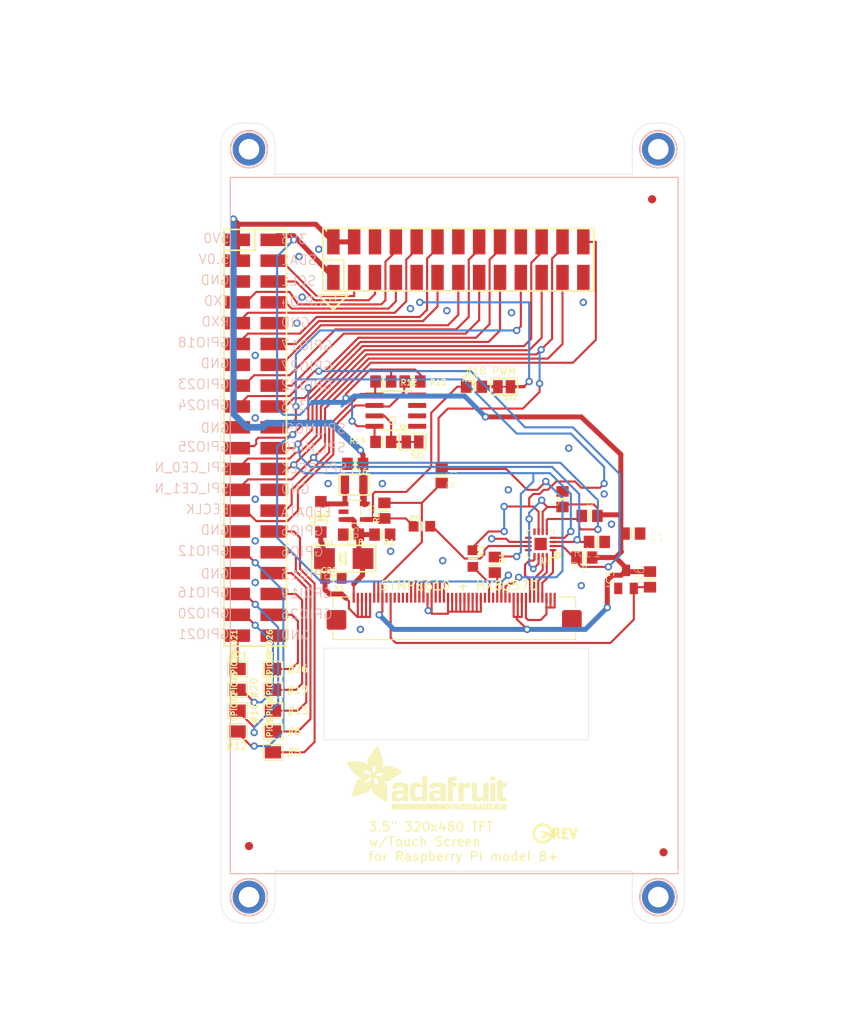
<source format=kicad_pcb>
(kicad_pcb (version 20211014) (generator pcbnew)
  (layers (0 "F.Cu" signal) (1 "In1.Cu" signal) (2 "In2.Cu" signal) (3 "In3.Cu" signal) (4 "In4.Cu" signal) (5 "In5.Cu" signal) (6 "In6.Cu" signal) (7 "In7.Cu" signal) (8 "In8.Cu" signal) (9 "In9.Cu" signal) (10 "In10.Cu" signal) (11 "In11.Cu" signal) (12 "In12.Cu" signal) (13 "In13.Cu" signal) (14 "In14.Cu" signal) (31 "B.Cu" signal) (34 "B.Paste" user) (35 "F.Paste" user) (36 "B.SilkS" user "B.Silkscreen") (37 "F.SilkS" user "F.Silkscreen") (38 "B.Mask" user) (39 "F.Mask" user) (44 "Edge.Cuts" user))
  (net 0 "")
  (net 1 "GND")
  (net 2 "+5V")
  (net 3 "MISO")
  (net 4 "TFT_RST")
  (net 5 "XL")
  (net 6 "XR")
  (net 7 "YU")
  (net 8 "YD")
  (net 9 "RT_CS")
  (net 10 "RT_INT")
  (net 11 "3.3V")
  (net 12 "N$6")
  (net 13 "N$7")
  (net 14 "N$8")
  (net 15 "N$11")
  (net 16 "N$17")
  (net 17 "N$18")
  (net 18 "SCLK")
  (net 19 "MOSI")
  (net 20 "GPIO23")
  (net 21 "GPIO22")
  (net 22 "GPIO27")
  (net 23 "GPIO18")
  (net 24 "LEDK")
  (net 25 "N$12")
  (net 26 "+24V")
  (net 27 "TFT_DC")
  (net 28 "TFT_CS")
  (net 29 "N$1")
  (net 30 "N$2")
  (net 31 "N$3")
  (net 32 "LCD_LITE")
  (net 33 "N$4")
  (net 34 "EECLK")
  (net 35 "EEDATA")
  (net 36 "N$16")
  (net 37 "N$5")
  (net 38 "GPIO6")
  (net 39 "N$9")
  (net 40 "N$10")
  (net 41 "N$13")
  (net 42 "N$14")
  (net 43 "GPIO16")
  (net 44 "N$15")
  (net 45 "N$19")
  (footprint "boardEagle:0805-NO" (layer "F.Cu") (at 170.4086 106.2736)
    (fp_text reference "C1")
    (fp_text value "10uF")
  )
  (footprint "boardEagle:0805-NO" (layer "F.Cu") (at 143.6116 87.7316)
    (fp_text reference "R13")
    (fp_text value "3.9K")
  )
  (footprint "boardEagle:0805-NO" (layer "F.Cu") (at 140.0556 87.7316)
    (fp_text reference "R12")
    (fp_text value "3.9K")
  )
  (footprint "boardEagle:0805-NO" (layer "F.Cu") (at 165.2016 104.1146)
    (fp_text reference "R7")
    (fp_text value "10K")
  )
  (footprint "" (layer "F.Cu") (at 170.9166 147.4216)
    (fp_text reference "@HOLE27" hide)
    (fp_text value "")
  )
  (footprint "boardEagle:PAD-1.5X2.0" (layer "F.Cu") (at 126.5936 130.4036 90)
    (fp_text reference "GPIO6")
    (fp_text value "")
  )
  (footprint "" (layer "F.Cu") (at 124.4346 147.4216)
    (fp_text reference "@HOLE16" hide)
    (fp_text value "")
  )
  (footprint "boardEagle:QFN16_3MM" (layer "F.Cu") (at 159.2326 107.5436 180)
    (fp_text reference "U2")
    (fp_text value "STMPE610")
  )
  (footprint "boardEagle:SOT23" (layer "F.Cu") (at 169.6466 111.8616)
    (fp_text reference "IC5")
    (fp_text value "AXP803")
  )
  (footprint "boardEagle:0805-NO" (layer "F.Cu") (at 139.9286 106.4006 180)
    (fp_text reference "R1")
    (fp_text value "12Ω")
  )
  (footprint "boardEagle:SOLDERJUMPER_CLOSEDWIRE" (layer "F.Cu") (at 143.6116 95.0976 180)
    (fp_text reference "SJ1")
    (fp_text value "WP")
  )
  (footprint "" (layer "F.Cu") (at 172.6946 62.4586)
    (fp_text reference "@HOLE11" hide)
    (fp_text value "")
  )
  (footprint "boardEagle:PAD-1.5X2.0" (layer "F.Cu") (at 126.5936 122.7836 90)
    (fp_text reference "GPIO26")
    (fp_text value "")
  )
  (footprint "boardEagle:FIDUCIAL_1MM" (layer "F.Cu") (at 172.8216 65.5066)
    (fp_text reference "U$18" hide)
    (fp_text value "FIDUCIAL\"\"" hide)
  )
  (footprint "" (layer "F.Cu") (at 176.2506 62.4586)
    (fp_text reference "@HOLE7" hide)
    (fp_text value "")
  )
  (footprint "boardEagle:FIDUCIAL_1MM" (layer "F.Cu") (at 174.2186 145.1356 90)
    (fp_text reference "U$10" hide)
    (fp_text value "FIDUCIAL\"\"" hide)
  )
  (footprint "" (layer "F.Cu") (at 122.6566 147.4216)
    (fp_text reference "@HOLE18" hide)
    (fp_text value "")
  )
  (footprint "boardEagle:0805-NO" (layer "F.Cu") (at 147.1676 99.1616 -90)
    (fp_text reference "R5")
    (fp_text value "10K")
  )
  (footprint "" (layer "F.Cu") (at 122.6566 62.4586)
    (fp_text reference "@HOLE4" hide)
    (fp_text value "")
  )
  (footprint "boardEagle:PAD-1.5X2.0" (layer "F.Cu") (at 122.2756 127.8636 90)
    (fp_text reference "GPIO16")
    (fp_text value "")
  )
  (footprint "boardEagle:2X13_SMT_MALE" (layer "F.Cu") (at 149.1996 72.8726)
    (fp_text reference "JP1" hide)
    (fp_text value "" hide)
  )
  (footprint "" (layer "F.Cu") (at 123.5456 62.4586)
    (fp_text reference "@HOLE3" hide)
    (fp_text value "")
  )
  (footprint "boardEagle:0805-NO" (layer "F.Cu") (at 136.1186 106.4006 180)
    (fp_text reference "C18")
    (fp_text value "0.1uF")
  )
  (footprint "boardEagle:SOT23-5@1" (layer "F.Cu") (at 136.4996 103.6066 -90)
    (fp_text reference "U3")
    (fp_text value "FAN5333BSX")
  )
  (footprint "boardEagle:0805-NO" (layer "F.Cu") (at 136.6266 97.7646 180)
    (fp_text reference "C16")
    (fp_text value "10uF")
  )
  (footprint "boardEagle:SOIC8_150MIL" (layer "F.Cu") (at 141.5796 91.2876 90)
    (fp_text reference "U1")
    (fp_text value "CAT24C32")
  )
  (footprint "" (layer "F.Cu") (at 175.3616 147.4216)
    (fp_text reference "@HOLE22" hide)
    (fp_text value "")
  )
  (footprint "boardEagle:INDUCTOR_1007" (layer "F.Cu") (at 136.4996 100.3046 180)
    (fp_text reference "L1")
    (fp_text value "10uH 1007")
  )
  (footprint "boardEagle:SOD-123" (layer "F.Cu") (at 132.4356 104.2416 90)
    (fp_text reference "D2")
    (fp_text value "MBR0540")
  )
  (footprint "" (layer "F.Cu") (at 174.4726 147.4216)
    (fp_text reference "@HOLE23" hide)
    (fp_text value "")
  )
  (footprint "" (layer "F.Cu") (at 121.7676 147.4216)
    (fp_text reference "@HOLE19" hide)
    (fp_text value "")
  )
  (footprint "boardEagle:_0805MP" (layer "F.Cu") (at 150.9776 109.3216 -90)
    (fp_text reference "R3")
    (fp_text value "12")
  )
  (footprint "" (layer "F.Cu") (at 125.3236 147.4216)
    (fp_text reference "@HOLE15" hide)
    (fp_text value "")
  )
  (footprint "boardEagle:_0805MP" (layer "F.Cu") (at 133.9596 111.7346)
    (fp_text reference "C20")
    (fp_text value "1uF")
  )
  (footprint "" (layer "F.Cu") (at 170.9166 62.4586)
    (fp_text reference "@HOLE13" hide)
    (fp_text value "")
  )
  (footprint "boardEagle:0805-NO" (layer "F.Cu") (at 166.0906 107.2896 180)
    (fp_text reference "R11")
    (fp_text value "10K")
  )
  (footprint "boardEagle:SMADIODE" (layer "F.Cu") (at 135.2296 109.3216)
    (fp_text reference "D1")
    (fp_text value "MM3Z24VT1G")
  )
  (footprint "boardEagle:0805-NO" (layer "F.Cu") (at 140.0556 95.0976 180)
    (fp_text reference "R14")
    (fp_text value "3.9K")
  )
  (footprint "" (layer "F.Cu") (at 173.5836 62.4586)
    (fp_text reference "@HOLE10" hide)
    (fp_text value "")
  )
  (footprint "" (layer "F.Cu") (at 126.2126 147.4216)
    (fp_text reference "@HOLE14" hide)
    (fp_text value "")
  )
  (footprint "" (layer "F.Cu") (at 123.5456 147.4216)
    (fp_text reference "@HOLE17" hide)
    (fp_text value "")
  )
  (footprint "" (layer "F.Cu") (at 175.3616 62.4586)
    (fp_text reference "@HOLE8" hide)
    (fp_text value "")
  )
  (footprint "" (layer "F.Cu") (at 174.4726 62.4586)
    (fp_text reference "@HOLE9" hide)
    (fp_text value "")
  )
  (footprint "boardEagle:PAD-1.5X2.0" (layer "F.Cu") (at 126.5936 132.9436 90)
    (fp_text reference "GPIO5")
    (fp_text value "")
  )
  (footprint "" (layer "F.Cu") (at 126.2126 62.4586)
    (fp_text reference "@HOLE0" hide)
    (fp_text value "")
  )
  (footprint "boardEagle:0805-NO" (layer "F.Cu") (at 164.5666 109.1946 180)
    (fp_text reference "R8")
    (fp_text value "DNP")
  )
  (footprint "boardEagle:PAD-1.5X2.0" (layer "F.Cu") (at 122.2756 125.3236 90)
    (fp_text reference "GPIO20")
    (fp_text value "")
  )
  (footprint "boardEagle:PCBFEAT-REV-056" (layer "F.Cu") (at 159.4866 142.8496)
    (fp_text reference "U$19" hide)
    (fp_text value "" hide)
  )
  (footprint "boardEagle:0805-NO" (layer "F.Cu") (at 151.1046 88.3666)
    (fp_text reference "R10")
    (fp_text value "1K")
  )
  (footprint "" (layer "F.Cu") (at 120.8786 62.4586)
    (fp_text reference "@HOLE6" hide)
    (fp_text value "")
  )
  (footprint "boardEagle:_0805MP" (layer "F.Cu") (at 144.7546 105.3846)
    (fp_text reference "R9")
    (fp_text value "1K")
  )
  (footprint "" (layer "F.Cu") (at 121.7676 62.4586)
    (fp_text reference "@HOLE5" hide)
    (fp_text value "")
  )
  (footprint "" (layer "F.Cu") (at 171.8056 62.4586)
    (fp_text reference "@HOLE12" hide)
    (fp_text value "")
  )
  (footprint "" (layer "F.Cu") (at 120.8786 147.4216)
    (fp_text reference "@HOLE20" hide)
    (fp_text value "")
  )
  (footprint "" (layer "F.Cu") (at 172.6946 147.4216)
    (fp_text reference "@HOLE25" hide)
    (fp_text value "")
  )
  (footprint "boardEagle:SOLDERJUMPER_CLOSEDWIRE" (layer "F.Cu") (at 154.7876 88.3666 180)
    (fp_text reference "SJ2")
    (fp_text value "")
  )
  (footprint "boardEagle:PAD-1.5X2.0" (layer "F.Cu") (at 122.2756 130.4036 90)
    (fp_text reference "GPIO12")
    (fp_text value "")
  )
  (footprint "boardEagle:0805-NO" (layer "F.Cu") (at 161.8996 102.0826 90)
    (fp_text reference "C4")
    (fp_text value "0.1uF")
  )
  (footprint "boardEagle:0805-NO" (layer "F.Cu") (at 153.6446 110.0836 -90)
    (fp_text reference "R4")
    (fp_text value "12")
  )
  (footprint "boardEagle:PAD-1.5X2.0" (layer "F.Cu") (at 126.5936 125.3236 90)
    (fp_text reference "GPIO19")
    (fp_text value "")
  )
  (footprint "boardEagle:0805-NO" (layer "F.Cu") (at 140.1826 103.4796 90)
    (fp_text reference "R2")
    (fp_text value "10K")
  )
  (footprint "boardEagle:PAD-1.5X2.0" (layer "F.Cu") (at 122.2756 122.7836 90)
    (fp_text reference "GPIO21")
    (fp_text value "")
  )
  (footprint "" (layer "F.Cu") (at 176.2506 147.4216)
    (fp_text reference "@HOLE21" hide)
    (fp_text value "")
  )
  (footprint "boardEagle:0805-NO" (layer "F.Cu") (at 172.5676 111.8616 90)
    (fp_text reference "R6")
    (fp_text value "10K")
  )
  (footprint "" (layer "F.Cu") (at 173.5836 147.4216)
    (fp_text reference "@HOLE24" hide)
    (fp_text value "")
  )
  (footprint "" (layer "F.Cu") (at 171.8056 147.4216)
    (fp_text reference "@HOLE26" hide)
    (fp_text value "")
  )
  (footprint "boardEagle:ADAFRUIT_TEXT_20MM" (layer "F.Cu") (at 135.4836 139.9286)
    (fp_text reference "U$23" hide)
    (fp_text value "" hide)
  )
  (footprint "" (layer "F.Cu") (at 125.3236 62.4586)
    (fp_text reference "@HOLE1" hide)
    (fp_text value "")
  )
  (footprint "" (layer "F.Cu") (at 124.4346 62.4586)
    (fp_text reference "@HOLE2" hide)
    (fp_text value "")
  )
  (footprint "boardEagle:PAD-1.5X2.0" (layer "F.Cu") (at 126.5936 127.8636 90)
    (fp_text reference "GPIO13")
    (fp_text value "")
  )
  (footprint "boardEagle:FIDUCIAL_1MM" (layer "F.Cu") (at 123.6726 144.3736 180)
    (fp_text reference "U$11" hide)
    (fp_text value "FIDUCIAL\"\"" hide)
  )
  (footprint "boardEagle:MOUNTINGHOLE_2.5_PLATED_THICK" (layer "B.Cu") (at 173.5836 150.5966 180)
    (fp_text reference "U$17" hide)
    (fp_text value "MOUNTINGHOLE2.5_THICK" hide)
  )
  (footprint "boardEagle:MOUNTINGHOLE_2.5_PLATED_THICK" (layer "B.Cu") (at 123.6726 59.4106 180)
    (fp_text reference "U$20" hide)
    (fp_text value "MOUNTINGHOLE2.5_THICK" hide)
  )
  (footprint "boardEagle:RASPBERRYPI_BPLUS_SHIELD_SMT" (layer "B.Cu") (at 177.0126 147.2946 180)
    (fp_text reference "RPI1" hide)
    (fp_text value "RASPBERRYPI_BPLUS_SMT" hide)
  )
  (footprint "boardEagle:MOUNTINGHOLE_2.5_PLATED_THICK" (layer "B.Cu") (at 173.5836 59.4106 90)
    (fp_text reference "U$16" hide)
    (fp_text value "MOUNTINGHOLE2.5_THICK" hide)
  )
  (footprint "boardEagle:MOUNTINGHOLE_2.5_PLATED_THICK" (layer "B.Cu") (at 123.6726 150.5966 90)
    (fp_text reference "U$15" hide)
    (fp_text value "MOUNTINGHOLE2.5_THICK" hide)
  )
  (footprint "boardEagle:TFT_3.5IN_320X480_50PIN" (layer "B.Cu") (at 148.6916 110.3376 180)
    (fp_text reference "X1")
    (fp_text value "")
  )
  (gr_line (start 135.7376 77.1906) (end 133.9596 78.9686) (layer "F.SilkS") (width 0.254))
  (gr_line (start 133.9596 78.9686) (end 132.1816 77.1906) (layer "F.SilkS") (width 0.254))
  (gr_line (start 132.1816 77.1906) (end 135.7376 77.1906) (layer "F.SilkS") (width 0.254))
  (gr_line (start 170.4086 151.2316) (end 170.4086 147.4216) (layer "Edge.Cuts") (width 0.05))
  (gr_line (start 126.8476 147.4216) (end 126.8476 151.2316) (layer "Edge.Cuts") (width 0.05))
  (gr_line (start 126.8476 58.7756) (end 126.8476 62.4586) (layer "Edge.Cuts") (width 0.05))
  (gr_arc (start 170.4086 58.7756) (mid 171.152549 56.979549) (end 172.9486 56.2356) (layer "Edge.Cuts") (width 0.05))
  (gr_line (start 122.7836 56.2356) (end 124.3076 56.2356) (layer "Edge.Cuts") (width 0.05))
  (gr_line (start 124.3076 153.7716) (end 122.7836 153.7716) (layer "Edge.Cuts") (width 0.05))
  (gr_arc (start 172.9486 153.7716) (mid 171.152549 153.027651) (end 170.4086 151.2316) (layer "Edge.Cuts") (width 0.05))
  (gr_arc (start 174.2186 56.2356) (mid 176.014651 56.979549) (end 176.7586 58.7756) (layer "Edge.Cuts") (width 0.05))
  (gr_line (start 120.2436 151.2316) (end 120.2436 58.7756) (layer "Edge.Cuts") (width 0.05))
  (gr_arc (start 124.3076 56.2356) (mid 126.103651 56.979549) (end 126.8476 58.7756) (layer "Edge.Cuts") (width 0.05))
  (gr_line (start 165.0746 131.4196) (end 165.0746 120.2436) (layer "Edge.Cuts") (width 0.05))
  (gr_line (start 176.7586 58.7756) (end 176.7586 151.2316) (layer "Edge.Cuts") (width 0.05))
  (gr_line (start 170.4086 62.4586) (end 170.4086 58.7756) (layer "Edge.Cuts") (width 0.05))
  (gr_line (start 126.8476 62.4586) (end 170.4086 62.4586) (layer "Edge.Cuts") (width 0.05))
  (gr_line (start 165.0746 120.2436) (end 132.8166 120.2436) (layer "Edge.Cuts") (width 0.05))
  (gr_arc (start 126.8476 151.2316) (mid 126.103651 153.027651) (end 124.3076 153.7716) (layer "Edge.Cuts") (width 0.05))
  (gr_arc (start 120.2436 58.7756) (mid 120.987549 56.979549) (end 122.7836 56.2356) (layer "Edge.Cuts") (width 0.05))
  (gr_line (start 174.2186 153.7716) (end 172.9486 153.7716) (layer "Edge.Cuts") (width 0.05))
  (gr_arc (start 122.7836 153.7716) (mid 120.987549 153.027651) (end 120.2436 151.2316) (layer "Edge.Cuts") (width 0.05))
  (gr_arc (start 176.7586 151.2316) (mid 176.014651 153.027651) (end 174.2186 153.7716) (layer "Edge.Cuts") (width 0.05))
  (gr_line (start 132.8166 120.2436) (end 132.8166 131.4196) (layer "Edge.Cuts") (width 0.05))
  (gr_line (start 170.4086 147.4216) (end 126.8476 147.4216) (layer "Edge.Cuts") (width 0.05))
  (gr_line (start 132.8166 131.4196) (end 165.0746 131.4196) (layer "Edge.Cuts") (width 0.05))
  (gr_line (start 172.9486 56.2356) (end 174.2186 56.2356) (layer "Edge.Cuts") (width 0.05))
  (gr_text "#19" (at 128.2446 125.8316) (layer "F.SilkS") (effects (font (size 0.87376 0.87376) (thickness 0.14224)) (justify left bottom)))
  (gr_text "#21" (at 123.6726 120.6246) (layer "F.SilkS") (effects (font (size 0.87376 0.87376) (thickness 0.14224)) (justify right top)))
  (gr_text "#13" (at 128.2446 128.3716) (layer "F.SilkS") (effects (font (size 0.87376 0.87376) (thickness 0.14224)) (justify left bottom)))
  (gr_text "#26" (at 128.2446 123.2916) (layer "F.SilkS") (effects (font (size 0.87376 0.87376) (thickness 0.14224)) (justify left bottom)))
  (gr_text "#16" (at 124.8156 129.5146 90) (layer "F.SilkS") (effects (font (size 0.87376 0.87376) (thickness 0.14224)) (justify left bottom)))
  (gr_text "#12" (at 123.5456 131.6736) (layer "F.SilkS") (effects (font (size 0.87376 0.87376) (thickness 0.14224)) (justify right top)))
  (gr_text "STMPE610 + HX8357D" (at 149.3266 112.6236) (layer "F.SilkS") (effects (font (size 1.1176 1.1176) (thickness 0.1524))))
  (gr_text "#5" (at 128.2446 133.4516) (layer "F.SilkS") (effects (font (size 0.87376 0.87376) (thickness 0.14224)) (justify left bottom)))
  (gr_text "1" (at 134.3406 78.0796 90) (layer "F.SilkS") (effects (font (size 0.89408 0.89408) (thickness 0.12192)) (justify left bottom)))
  (gr_text "#18 PWM" (at 156.3116 85.9536) (layer "F.SilkS") (effects (font (size 0.89408 0.89408) (thickness 0.12192)) (justify right top)))
  (gr_text "#6" (at 128.2446 130.9116) (layer "F.SilkS") (effects (font (size 0.87376 0.87376) (thickness 0.14224)) (justify left bottom)))
  (gr_text "#20" (at 124.8156 126.4666 90) (layer "F.SilkS") (effects (font (size 0.87376 0.87376) (thickness 0.14224)) (justify left bottom)))
  (gr_text "3.5\" 320x480 TFT\nw/Touch Screen\nfor Raspberry Pi model B+" (at 138.1506 146.2786) (layer "F.SilkS") (effects (font (size 1.1176 1.1176) (thickness 0.1524)) (justify left bottom)))
  (segment (start 149.4416 114.0976) (end 149.4416 115.7986) (width 0.254) (layer "F.Cu") (net 1))
  (segment (start 146.4056 112.1156) (end 146.9136 112.1156) (width 0.254) (layer "F.Cu") (net 1))
  (segment (start 157.4416 116.5476) (end 157.7086 116.8146) (width 0.254) (layer "F.Cu") (net 1))
  (segment (start 143.4416 114.0976) (end 143.4416 112.1156) (width 0.254) (layer "F.Cu") (net 1))
  (segment (start 146.9416 114.0976) (end 146.9416 112.1436) (width 0.254) (layer "F.Cu") (net 1))
  (segment (start 147.4416 112.1356) (end 147.4216 112.1156) (width 0.254) (layer "F.Cu") (net 1))
  (segment (start 155.4186 107.2936) (end 155.0336 106.9086) (width 0.254) (layer "F.Cu") (net 1))
  (segment (start 145.3896 112.1156) (end 145.8976 112.1156) (width 0.254) (layer "F.Cu") (net 1))
  (segment (start 151.9416 114.0976) (end 151.9416 115.7986) (width 0.254) (layer "F.Cu") (net 1))
  (segment (start 150.9416 114.0976) (end 150.9416 115.7986) (width 0.254) (layer "F.Cu") (net 1))
  (segment (start 143.8656 112.1156) (end 144.3736 112.1156) (width 0.254) (layer "F.Cu") (net 1))
  (segment (start 151.4416 114.0976) (end 151.4416 115.7986) (width 0.254) (layer "F.Cu") (net 1))
  (segment (start 159.9416 114.0976) (end 159.9416 115.2906) (width 0.254) (layer "F.Cu") (net 1))
  (segment (start 149.4416 115.7986) (end 148.9416 115.7986) (width 0.254) (layer "F.Cu") (net 1))
  (segment (start 148.9416 114.0976) (end 148.9416 115.7986) (width 0.254) (layer "F.Cu") (net 1))
  (segment (start 146.9416 112.1436) (end 146.9136 112.1156) (width 0.254) (layer "F.Cu") (net 1))
  (segment (start 150.4416 115.7986) (end 149.9416 115.7986) (width 0.254) (layer "F.Cu") (net 1))
  (segment (start 143.9416 112.1916) (end 143.8656 112.1156) (width 0.254) (layer "F.Cu") (net 1))
  (segment (start 151.4416 115.7986) (end 150.9416 115.7986) (width 0.254) (layer "F.Cu") (net 1))
  (segment (start 145.8976 112.1156) (end 146.4056 112.1156) (width 0.254) (layer "F.Cu") (net 1))
  (segment (start 157.7086 116.8146) (end 159.2326 116.8146) (width 0.254) (layer "F.Cu") (net 1))
  (segment (start 148.9416 115.7986) (end 148.4416 115.7986) (width 0.254) (layer "F.Cu") (net 1))
  (segment (start 160.4416 115.2906) (end 159.9416 115.2906) (width 0.254) (layer "F.Cu") (net 1))
  (segment (start 147.4216 112.1156) (end 147.6756 112.1156) (width 0.254) (layer "F.Cu") (net 1))
  (segment (start 147.9416 114.0976) (end 147.9416 115.7986) (width 0.254) (layer "F.Cu") (net 1))
  (segment (start 144.8816 112.1156) (end 145.3896 112.1156) (width 0.254) (layer "F.Cu") (net 1))
  (segment (start 149.9416 115.7986) (end 149.4416 115.7986) (width 0.254) (layer "F.Cu") (net 1))
  (segment (start 145.9416 114.0976) (end 145.9416 112.1596) (width 0.254) (layer "F.Cu") (net 1))
  (segment (start 146.4416 112.1516) (end 146.4056 112.1156) (width 0.254) (layer "F.Cu") (net 1))
  (segment (start 160.9416 114.0976) (end 160.9416 115.2906) (width 0.254) (layer "F.Cu") (net 1))
  (segment (start 144.3736 112.1156) (end 144.8816 112.1156) (width 0.254) (layer "F.Cu") (net 1))
  (segment (start 144.4416 114.0976) (end 144.4416 112.1836) (width 0.254) (layer "F.Cu") (net 1))
  (segment (start 145.4416 115.5966) (end 145.5166 115.6716) (width 0.254) (layer "F.Cu") (net 1))
  (segment (start 159.9416 115.2906) (end 159.9416 116.1056) (width 0.254) (layer "F.Cu") (net 1))
  (segment (start 155.0416 100.6856) (end 155.2956 100.9396) (width 0.254) (layer "F.Cu") (net 1))
  (segment (start 147.9416 112.3816) (end 147.6756 112.1156) (width 0.254) (layer "F.Cu") (net 1))
  (segment (start 155.0336 106.9086) (end 153.2636 106.9086) (width 0.254) (layer "F.Cu") (net 1))
  (segment (start 147.4416 114.0976) (end 147.4416 112.1356) (width 0.254) (layer "F.Cu") (net 1))
  (segment (start 150.9416 115.7986) (end 150.4416 115.7986) (width 0.254) (layer "F.Cu") (net 1))
  (segment (start 144.9416 114.0976) (end 144.9416 112.1756) (width 0.254) (layer "F.Cu") (net 1))
  (segment (start 145.9416 112.1596) (end 145.8976 112.1156) (width 0.254) (layer "F.Cu") (net 1))
  (segment (start 148.4416 114.0976) (end 148.4416 115.7986) (width 0.254) (layer "F.Cu") (net 1))
  (segment (start 143.4416 114.0976) (end 143.4416 112.2856) (width 0.254) (layer "F.Cu") (net 1))
  (segment (start 157.7326 107.2936) (end 155.4186 107.2936) (width 0.254) (layer "F.Cu") (net 1))
  (segment (start 145.4416 114.0976) (end 145.4416 115.5966) (width 0.254) (layer "F.Cu") (net 1))
  (segment (start 143.9416 114.0976) (end 143.9416 112.1916) (width 0.254) (layer "F.Cu") (net 1))
  (segment (start 157.4416 114.0976) (end 157.4416 116.5476) (width 0.254) (layer "F.Cu") (net 1))
  (segment (start 143.4416 112.2856) (end 143.6116 112.1156) (width 0.254) (layer "F.Cu") (net 1))
  (segment (start 147.9416 115.7986) (end 147.9416 116.0526) (width 0.254) (layer "F.Cu") (net 1))
  (segment (start 151.9416 115.7986) (end 151.4416 115.7986) (width 0.254) (layer "F.Cu") (net 1))
  (segment (start 160.4416 114.0976) (end 160.4416 115.2906) (width 0.254) (layer "F.Cu") (net 1))
  (segment (start 160.9416 115.2906) (end 160.4416 115.2906) (width 0.254) (layer "F.Cu") (net 1))
  (segment (start 149.9416 114.0976) (end 149.9416 115.7986) (width 0.254) (layer "F.Cu") (net 1))
  (segment (start 148.4416 115.7986) (end 147.9416 115.7986) (width 0.254) (layer "F.Cu") (net 1))
  (segment (start 146.4416 114.0976) (end 146.4416 112.1516) (width 0.254) (layer "F.Cu") (net 1))
  (segment (start 146.9136 112.1156) (end 147.4216 112.1156) (width 0.254) (layer "F.Cu") (net 1))
  (segment (start 143.6116 112.1156) (end 143.8656 112.1156) (width 0.254) (layer "F.Cu") (net 1))
  (segment (start 144.4416 112.1836) (end 144.3736 112.1156) (width 0.254) (layer "F.Cu") (net 1))
  (segment (start 150.4416 114.0976) (end 150.4416 115.7986) (width 0.254) (layer "F.Cu") (net 1))
  (segment (start 159.9416 116.1056) (end 159.2326 116.8146) (width 0.254) (layer "F.Cu") (net 1))
  (segment (start 145.9416 114.0976) (end 145.9416 116.0526) (width 0.254) (layer "F.Cu") (net 1))
  (segment (start 144.9416 112.1756) (end 144.8816 112.1156) (width 0.254) (layer "F.Cu") (net 1))
  (segment (start 145.9416 116.0526) (end 147.9416 116.0526) (width 0.254) (layer "F.Cu") (net 1))
  (segment (start 145.4416 112.1676) (end 145.3896 112.1156) (width 0.254) (layer "F.Cu") (net 1))
  (via (at 147.2946 109.5756) (size 0.9064) (drill 0.5) (layers "F.Cu" "B.Cu") (net 1))
  (via (at 129.7686 72.4916) (size 0.9064) (drill 0.5) (layers "F.Cu" "B.Cu") (net 1))
  (via (at 124.4346 84.5566) (size 0.9064) (drill 0.5) (layers "F.Cu" "B.Cu") (net 1))
  (via (at 164.1856 112.6236) (size 0.889) (drill 0.4826) (layers "F.Cu" "B.Cu") (net 1))
  (via (at 124.4346 92.1766) (size 0.9064) (drill 0.5) (layers "F.Cu" "B.Cu") (net 1))
  (via (at 167.8686 105.1306) (size 0.9064) (drill 0.5) (layers "F.Cu" "B.Cu") (net 1))
  (via (at 139.9286 100.1776) (size 0.9064) (drill 0.5) (layers "F.Cu" "B.Cu") (net 1))
  (via (at 132.1816 71.6026) (size 0.9064) (drill 0.5) (layers "F.Cu" "B.Cu") (net 1))
  (via (at 143.3576 78.8416) (size 0.9064) (drill 0.5) (layers "F.Cu" "B.Cu") (net 1))
  (via (at 124.4346 102.0826) (size 0.9064) (drill 0.5) (layers "F.Cu" "B.Cu") (net 1))
  (via (at 153.2636 106.9086) (size 0.9064) (drill 0.5) (layers "F.Cu" "B.Cu") (net 1))
  (via (at 124.4346 112.2426) (size 0.9064) (drill 0.5) (layers "F.Cu" "B.Cu") (net 1))
  (via (at 147.8026 79.0956) (size 0.9064) (drill 0.5) (layers "F.Cu" "B.Cu") (net 1))
  (via (at 124.4346 107.1626) (size 0.9064) (drill 0.5) (layers "F.Cu" "B.Cu") (net 1))
  (via (at 130.1496 77.4446) (size 0.9064) (drill 0.5) (layers "F.Cu" "B.Cu") (net 1))
  (via (at 155.2956 100.9396) (size 0.9064) (drill 0.5) (layers "F.Cu" "B.Cu") (net 1))
  (via (at 166.9796 101.4476) (size 0.889) (drill 0.4826) (layers "F.Cu" "B.Cu") (net 1))
  (via (at 137.2616 117.9576) (size 0.9064) (drill 0.5) (layers "F.Cu" "B.Cu") (net 1))
  (via (at 140.9446 108.4326) (size 0.9064) (drill 0.5) (layers "F.Cu" "B.Cu") (net 1))
  (via (at 162.6616 95.8596) (size 0.9064) (drill 0.5) (layers "F.Cu" "B.Cu") (net 1))
  (via (at 164.4396 78.0796) (size 0.9064) (drill 0.5) (layers "F.Cu" "B.Cu") (net 1))
  (via (at 129.5146 80.6196) (size 0.9064) (drill 0.5) (layers "F.Cu" "B.Cu") (net 1))
  (via (at 145.5166 115.6716) (size 0.889) (drill 0.4826) (layers "F.Cu" "B.Cu") (net 1))
  (via (at 133.3246 100.1776) (size 0.9064) (drill 0.5) (layers "F.Cu" "B.Cu") (net 1))
  (via (at 155.6766 79.3496) (size 0.9064) (drill 0.5) (layers "F.Cu" "B.Cu") (net 1))
  (segment (start 137.6266 100.3046) (end 137.6266 97.8146) (width 0.6096) (layer "F.Cu") (net 2))
  (segment (start 122.2756 68.6816) (end 122.4026 68.5546) (width 0.6096) (layer "F.Cu") (net 2))
  (segment (start 137.6266 102.4835) (end 137.6266 100.3046) (width 0.8128) (layer "F.Cu") (net 2))
  (segment (start 137.5766 96.6826) (end 137.2616 96.1136) (width 0.6096) (layer "F.Cu") (net 2))
  (segment (start 137.7997 102.6566) (end 137.6266 102.4835) (width 0.8128) (layer "F.Cu") (net 2))
  (segment (start 121.7676 67.9196) (end 122.4026 68.5546) (width 0.6096) (layer "F.Cu") (net 2))
  (segment (start 122.4026 68.5546) (end 131.8006 68.5546) (width 0.6096) (layer "F.Cu") (net 2))
  (segment (start 122.2756 72.9996) (end 122.2756 70.4596) (width 0.6096) (layer "F.Cu") (net 2))
  (segment (start 133.9596 70.7136) (end 136.4996 70.7136) (width 0.6096) (layer "F.Cu") (net 2))
  (segment (start 122.2756 70.4596) (end 122.2756 68.6816) (width 0.6096) (layer "F.Cu") (net 2))
  (segment (start 137.5766 97.7646) (end 137.5766 96.6826) (width 0.6096) (layer "F.Cu") (net 2))
  (segment (start 137.6266 97.8146) (end 137.5766 97.7646) (width 0.6096) (layer "F.Cu") (net 2))
  (segment (start 131.8006 68.5546) (end 133.9596 70.7136) (width 0.6096) (layer "F.Cu") (net 2))
  (via (at 121.7676 67.9196) (size 0.889) (drill 0.4826) (layers "F.Cu" "B.Cu") (net 2))
  (via (at 137.2616 96.1136) (size 0.889) (drill 0.4826) (layers "F.Cu" "B.Cu") (net 2))
  (segment (start 121.7676 91.6686) (end 121.7676 67.9196) (width 0.8128) (layer "B.Cu") (net 2))
  (segment (start 125.3236 93.3196) (end 125.8316 92.8116) (width 0.8128) (layer "B.Cu") (net 2))
  (segment (start 123.4186 93.3196) (end 121.7676 91.6686) (width 0.8128) (layer "B.Cu") (net 2))
  (segment (start 123.4186 93.3196) (end 125.3236 93.3196) (width 0.8128) (layer "B.Cu") (net 2))
  (segment (start 133.7056 92.8116) (end 137.2616 96.1136) (width 0.8128) (layer "B.Cu") (net 2))
  (segment (start 125.8316 92.8116) (end 133.7056 92.8116) (width 0.8128) (layer "B.Cu") (net 2))
  (segment (start 137.7696 83.9216) (end 157.8356 83.9216) (width 0.254) (layer "F.Cu") (net 3))
  (segment (start 129.6416 95.3516) (end 129.1336 95.8596) (width 0.254) (layer "F.Cu") (net 3))
  (segment (start 137.7696 83.9216) (end 131.4196 90.2716) (width 0.254) (layer "F.Cu") (net 3))
  (segment (start 160.7326 107.2936) (end 163.4196 107.2936) (width 0.254) (layer "F.Cu") (net 3))
  (segment (start 159.3596 82.3976) (end 159.3596 75.0316) (width 0.254) (layer "F.Cu") (net 3))
  (segment (start 129.1336 95.8596) (end 126.5936 95.8596) (width 0.254) (layer "F.Cu") (net 3))
  (segment (start 163.4196 107.2936) (end 163.6776 107.0356) (width 0.254) (layer "F.Cu") (net 3))
  (segment (start 165.1406 107.2896) (end 163.9316 107.2896) (width 0.254) (layer "F.Cu") (net 3))
  (segment (start 157.8356 83.9216) (end 159.3596 82.3976) (width 0.254) (layer "F.Cu") (net 3))
  (segment (start 163.9316 107.2896) (end 163.6776 107.0356) (width 0.254) (layer "F.Cu") (net 3))
  (segment (start 131.4196 93.5736) (end 129.6416 95.3516) (width 0.254) (layer "F.Cu") (net 3))
  (segment (start 131.4196 90.2716) (end 131.4196 93.5736) (width 0.254) (layer "F.Cu") (net 3))
  (via (at 129.6416 95.3516) (size 0.889) (drill 0.4826) (layers "F.Cu" "B.Cu") (net 3))
  (via (at 163.6776 107.0356) (size 0.9064) (drill 0.5) (layers "F.Cu" "B.Cu") (net 3))
  (segment (start 131.1656 98.1456) (end 129.8956 96.8756) (width 0.254) (layer "B.Cu") (net 3))
  (segment (start 163.6776 107.0356) (end 163.9316 106.7816) (width 0.254) (layer "B.Cu") (net 3))
  (segment (start 163.9316 106.7816) (end 163.9316 101.4476) (width 0.254) (layer "B.Cu") (net 3))
  (segment (start 129.8956 96.8756) (end 129.6416 95.3516) (width 0.254) (layer "B.Cu") (net 3))
  (segment (start 163.9316 101.4476) (end 160.6296 98.1456) (width 0.254) (layer "B.Cu") (net 3))
  (segment (start 160.6296 98.1456) (end 131.1656 98.1456) (width 0.254) (layer "B.Cu") (net 3))
  (segment (start 170.5966 116.7536) (end 170.5966 112.9616) (width 0.254) (layer "F.Cu") (net 4))
  (segment (start 141.5796 119.6086) (end 167.7416 119.6086) (width 0.254) (layer "F.Cu") (net 4))
  (segment (start 140.9416 118.9706) (end 141.5796 119.6086) (width 0.254) (layer "F.Cu") (net 4))
  (segment (start 170.5966 112.9616) (end 170.7466 112.8116) (width 0.254) (layer "F.Cu") (net 4))
  (segment (start 170.5966 116.7536) (end 167.7416 119.6086) (width 0.254) (layer "F.Cu") (net 4))
  (segment (start 140.9416 114.0976) (end 140.9416 118.9706) (width 0.254) (layer "F.Cu") (net 4))
  (segment (start 170.7466 112.8116) (end 172.5676 112.8116) (width 0.254) (layer "F.Cu") (net 4))
  (segment (start 158.9416 112.0256) (end 159.9826 110.9846) (width 0.254) (layer "F.Cu") (net 5))
  (segment (start 159.9826 109.0436) (end 159.9826 110.9846) (width 0.254) (layer "F.Cu") (net 5))
  (segment (start 158.9416 114.0976) (end 158.9416 112.0256) (width 0.254) (layer "F.Cu") (net 5))
  (segment (start 157.9416 111.9676) (end 157.3276 111.3536) (width 0.254) (layer "F.Cu") (net 6))
  (segment (start 157.3276 111.3536) (end 157.3276 110.0836) (width 0.254) (layer "F.Cu") (net 6))
  (segment (start 157.8356 109.5756) (end 158.3436 109.5756) (width 0.254) (layer "F.Cu") (net 6))
  (segment (start 157.9416 114.0976) (end 157.9416 111.9676) (width 0.254) (layer "F.Cu") (net 6))
  (segment (start 158.4826 109.4366) (end 158.3436 109.5756) (width 0.254) (layer "F.Cu") (net 6))
  (segment (start 158.4826 109.0436) (end 158.4826 109.4366) (width 0.254) (layer "F.Cu") (net 6))
  (segment (start 157.3276 110.0836) (end 157.8356 109.5756) (width 0.254) (layer "F.Cu") (net 6))
  (segment (start 160.7326 108.2936) (end 160.7326 110.9966) (width 0.254) (layer "F.Cu") (net 7))
  (segment (start 159.4416 112.2876) (end 160.7326 110.9966) (width 0.254) (layer "F.Cu") (net 7))
  (segment (start 159.4416 114.0976) (end 159.4416 112.2876) (width 0.254) (layer "F.Cu") (net 7))
  (segment (start 158.4416 114.0976) (end 158.4416 111.7636) (width 0.254) (layer "F.Cu") (net 8))
  (segment (start 158.4416 111.7636) (end 159.4826 110.7226) (width 0.254) (layer "F.Cu") (net 8))
  (segment (start 159.4826 109.0436) (end 159.4826 110.7226) (width 0.254) (layer "F.Cu") (net 8))
  (segment (start 163.8706 104.4956) (end 164.2516 104.1146) (width 0.254) (layer "F.Cu") (net 9))
  (segment (start 164.1856 105.7656) (end 166.2176 105.7656) (width 0.254) (layer "F.Cu") (net 9))
  (segment (start 123.5456 99.6696) (end 122.2756 100.9396) (width 0.254) (layer "F.Cu") (net 9))
  (segment (start 165.9636 70.7136) (end 164.4396 70.7136) (width 0.254) (layer "F.Cu") (net 9))
  (segment (start 159.9826 104.6346) (end 160.1216 104.4956) (width 0.254) (layer "F.Cu") (net 9))
  (segment (start 138.5316 85.4456) (end 163.1696 85.4456) (width 0.254) (layer "F.Cu") (net 9))
  (segment (start 138.5316 85.4456) (end 132.9436 91.0336) (width 0.254) (layer "F.Cu") (net 9))
  (segment (start 163.9316 105.5116) (end 163.9316 104.4346) (width 0.254) (layer "F.Cu") (net 9))
  (segment (start 163.9316 105.5116) (end 164.1856 105.7656) (width 0.254) (layer "F.Cu") (net 9))
  (segment (start 132.9436 91.0336) (end 132.9436 95.6056) (width 0.254) (layer "F.Cu") (net 9))
  (segment (start 128.8796 99.6696) (end 123.5456 99.6696) (width 0.254) (layer "F.Cu") (net 9))
  (segment (start 163.1696 85.4456) (end 165.9636 82.6516) (width 0.254) (layer "F.Cu") (net 9))
  (segment (start 159.9826 106.0436) (end 159.9826 104.6346) (width 0.254) (layer "F.Cu") (net 9))
  (segment (start 132.9436 95.6056) (end 131.5466 97.0026) (width 0.254) (layer "F.Cu") (net 9))
  (segment (start 160.1216 104.4956) (end 163.8706 104.4956) (width 0.254) (layer "F.Cu") (net 9))
  (segment (start 131.5466 97.0026) (end 128.8796 99.6696) (width 0.254) (layer "F.Cu") (net 9))
  (segment (start 163.9316 104.4346) (end 164.2516 104.1146) (width 0.254) (layer "F.Cu") (net 9))
  (segment (start 165.9636 82.6516) (end 165.9636 70.7136) (width 0.254) (layer "F.Cu") (net 9))
  (via (at 166.2176 105.7656) (size 0.9064) (drill 0.5) (layers "F.Cu" "B.Cu") (net 9))
  (via (at 131.5466 97.0026) (size 0.889) (drill 0.4826) (layers "F.Cu" "B.Cu") (net 9))
  (segment (start 161.6456 97.6376) (end 132.1816 97.6376) (width 0.254) (layer "B.Cu") (net 9))
  (segment (start 166.2176 105.7656) (end 166.2176 102.2096) (width 0.254) (layer "B.Cu") (net 9))
  (segment (start 166.2176 102.2096) (end 161.6456 97.6376) (width 0.254) (layer "B.Cu") (net 9))
  (segment (start 132.1816 97.6376) (end 131.5466 97.0026) (width 0.254) (layer "B.Cu") (net 9))
  (segment (start 132.9436 86.4616) (end 137.0076 82.3976) (width 0.254) (layer "F.Cu") (net 10))
  (segment (start 163.2966 109.1946) (end 163.6166 109.1946) (width 0.254) (layer "F.Cu") (net 10))
  (segment (start 161.8956 107.7936) (end 163.2966 109.1946) (width 0.254) (layer "F.Cu") (net 10))
  (segment (start 160.7326 107.7936) (end 161.8956 107.7936) (width 0.254) (layer "F.Cu") (net 10))
  (segment (start 151.3586 82.3976) (end 153.0096 80.7466) (width 0.254) (layer "F.Cu") (net 10))
  (segment (start 123.5456 89.5096) (end 122.2756 90.7796) (width 0.254) (layer "F.Cu") (net 10))
  (segment (start 132.9436 86.4616) (end 132.1816 86.4616) (width 0.254) (layer "F.Cu") (net 10))
  (segment (start 154.2796 71.6026) (end 154.2796 70.7136) (width 0.254) (layer "F.Cu") (net 10))
  (segment (start 131.6736 86.4616) (end 128.6256 89.5096) (width 0.254) (layer "F.Cu") (net 10))
  (segment (start 132.1816 86.4616) (end 131.6736 86.4616) (width 0.254) (layer "F.Cu") (net 10))
  (segment (start 153.0096 72.8726) (end 154.2796 71.6026) (width 0.254) (layer "F.Cu") (net 10))
  (segment (start 128.6256 89.5096) (end 123.5456 89.5096) (width 0.254) (layer "F.Cu") (net 10))
  (segment (start 163.6166 109.1946) (end 163.6166 109.7686) (width 0.254) (layer "F.Cu") (net 10))
  (segment (start 164.1856 110.3376) (end 163.6166 109.7686) (width 0.254) (layer "F.Cu") (net 10))
  (segment (start 167.4876 110.3376) (end 164.1856 110.3376) (width 0.254) (layer "F.Cu") (net 10))
  (segment (start 153.0096 80.7466) (end 153.0096 72.8726) (width 0.254) (layer "F.Cu") (net 10))
  (segment (start 137.0076 82.3976) (end 151.3586 82.3976) (width 0.254) (layer "F.Cu") (net 10))
  (via (at 167.4876 110.3376) (size 0.889) (drill 0.4826) (layers "F.Cu" "B.Cu") (net 10))
  (via (at 132.1816 86.4616) (size 0.9064) (drill 0.5) (layers "F.Cu" "B.Cu") (net 10))
  (segment (start 168.8846 99.0346) (end 168.8846 108.9406) (width 0.254) (layer "B.Cu") (net 10))
  (segment (start 150.7236 86.4616) (end 157.3276 93.3196) (width 0.254) (layer "B.Cu") (net 10))
  (segment (start 163.1696 93.3196) (end 168.8846 99.0346) (width 0.254) (layer "B.Cu") (net 10))
  (segment (start 132.1816 86.4616) (end 150.7236 86.4616) (width 0.254) (layer "B.Cu") (net 10))
  (segment (start 157.3276 93.3196) (end 163.1696 93.3196) (width 0.254) (layer "B.Cu") (net 10))
  (segment (start 168.8846 108.9406) (end 167.4876 110.3376) (width 0.254) (layer "B.Cu") (net 10))
  (segment (start 159.4826 103.6106) (end 160.0606 103.0326) (width 0.254) (layer "F.Cu") (net 11))
  (segment (start 136.8806 93.1926) (end 136.2456 92.5576) (width 0.254) (layer "F.Cu") (net 11))
  (segment (start 169.6466 110.4646) (end 169.6466 110.7616) (width 0.6096) (layer "F.Cu") (net 11))
  (segment (start 169.0546 111.3536) (end 169.6466 110.7616) (width 0.6096) (layer "F.Cu") (net 11))
  (segment (start 169.6466 110.7616) (end 169.7966 110.9116) (width 0.254) (layer "F.Cu") (net 11))
  (segment (start 169.0116 108.4326) (end 169.0751 108.4961) (width 0.6096) (layer "F.Cu") (net 11))
  (segment (start 130.9116 89.2556) (end 137.2616 82.9056) (width 0.254) (layer "F.Cu") (net 11))
  (segment (start 169.0116 96.6216) (end 169.0116 103.9876) (width 0.6096) (layer "F.Cu") (net 11))
  (segment (start 156.9416 114.0976) (end 156.9416 114.7876) (width 0.254) (layer "F.Cu") (net 11))
  (segment (start 144.6276 86.9696) (end 144.6276 87.6656) (width 0.254) (layer "F.Cu") (net 11))
  (segment (start 167.9956 111.3536) (end 169.0546 111.3536) (width 0.6096) (layer "F.Cu") (net 11))
  (segment (start 168.3766 109.1946) (end 169.6466 110.4646) (width 0.6096) (layer "F.Cu") (net 11))
  (segment (start 162.2146 102.7176) (end 161.8996 103.0326) (width 0.254) (layer "F.Cu") (net 11))
  (segment (start 156.4416 114.0976) (end 156.4416 116.4336) (width 0.254) (layer "F.Cu") (net 11))
  (segment (start 147.1676 100.1116) (end 144.7496 102.5296) (width 0.254) (layer "F.Cu") (net 11))
  (segment (start 139.9416 114.0976) (end 139.9416 115.7856) (width 0.254) (layer "F.Cu") (net 11))
  (segment (start 139.4416 114.0976) (end 139.4416 112.1156) (width 0.254) (layer "F.Cu") (net 11))
  (segment (start 169.0116 96.6216) (end 164.1856 92.0496) (width 0.6096) (layer "F.Cu") (net 11))
  (segment (start 135.4836 89.2556) (end 135.4836 89.7636) (width 0.254) (layer "F.Cu") (net 11))
  (segment (start 156.3116 116.4336) (end 156.4416 116.4336) (width 0.254) (layer "F.Cu") (net 11))
  (segment (start 140.8176 86.2736) (end 143.9316 86.2736) (width 0.254) (layer "F.Cu") (net 11))
  (segment (start 139.9416 112.1156) (end 144.7496 107.3076) (width 0.254) (layer "F.Cu") (net 11))
  (segment (start 154.2796 81.5086) (end 154.2796 75.0316) (width 0.254) (layer "F.Cu") (net 11))
  (segment (start 139.9416 112.1156) (end 139.4416 112.1156) (width 0.254) (layer "F.Cu") (net 11))
  (segment (start 152.8826 82.9056) (end 154.2796 81.5086) (width 0.254) (layer "F.Cu") (net 11))
  (segment (start 167.3606 115.2906) (end 167.3606 111.9886) (width 0.6096) (layer "F.Cu") (net 11))
  (segment (start 158.9826 109.0436) (end 158.9826 109.9526) (width 0.254) (layer "F.Cu") (net 11))
  (segment (start 138.9796 93.1926) (end 136.8806 93.1926) (width 0.254) (layer "F.Cu") (net 11))
  (segment (start 158.9826 109.9526) (end 158.3436 110.5916) (width 0.254) (layer "F.Cu") (net 11))
  (segment (start 130.4036 89.7636) (end 130.9116 89.2556) (width 0.254) (layer "F.Cu") (net 11))
  (segment (start 130.4036 89.7636) (end 129.1336 89.7636) (width 0.254) (layer "F.Cu") (net 11))
  (segment (start 133.5786 75.0316) (end 133.9596 75.0316) (width 0.254) (layer "F.Cu") (net 11))
  (segment (start 165.7096 102.7176) (end 162.2146 102.7176) (width 0.254) (layer "F.Cu") (net 11))
  (segment (start 126.5936 70.4596) (end 127.1016 69.9516) (width 0.6096) (layer "F.Cu") (net 11))
  (segment (start 141.0056 87.7316) (end 141.0056 86.4616) (width 0.254) (layer "F.Cu") (net 11))
  (segment (start 166.2176 104.0486) (end 166.1516 104.1146) (width 0.254) (layer "F.Cu") (net 11))
  (segment (start 155.9416 116.4336) (end 156.3116 116.4336) (width 0.254) (layer "F.Cu") (net 11))
  (segment (start 138.4656 86.2736) (end 140.8176 86.2736) (width 0.254) (layer "F.Cu") (net 11))
  (segment (start 159.4826 106.0436) (end 159.4826 103.6106) (width 0.254) (layer "F.Cu") (net 11))
  (segment (start 156.9466 116.4336) (end 156.9466 115.0976) (width 0.254) (layer "F.Cu") (net 11))
  (segment (start 157.8356 106.6906) (end 157.8356 104.4956) (width 0.254) (layer "F.Cu") (net 11))
  (segment (start 157.5816 117.9576) (end 156.3116 116.6876) (width 0.254) (layer "F.Cu") (net 11))
  (segment (start 157.7326 104.5986) (end 157.8356 104.4956) (width 0.254) (layer "F.Cu") (net 11))
  (segment (start 157.7326 106.7936) (end 157.8356 106.6906) (width 0.254) (layer "F.Cu") (net 11))
  (segment (start 169.4586 106.2736) (end 169.0116 106.2736) (width 0.254) (layer "F.Cu") (net 11))
  (segment (start 169.0116 106.2736) (end 169.0116 108.4326) (width 0.6096) (layer "F.Cu") (net 11))
  (segment (start 156.3116 116.6876) (end 156.3116 116.4336) (width 0.254) (layer "F.Cu") (net 11))
  (segment (start 156.9466 115.0976) (end 156.9416 114.0976) (width 0.254) (layer "F.Cu") (net 11))
  (segment (start 138.4656 86.2736) (end 135.4836 89.2556) (width 0.254) (layer "F.Cu") (net 11))
  (segment (start 164.1856 92.0496) (end 152.5016 92.0496) (width 0.6096) (layer "F.Cu") (net 11))
  (segment (start 166.1516 103.1596) (end 166.1516 104.1146) (width 0.254) (layer "F.Cu") (net 11))
  (segment (start 139.9416 114.0976) (end 139.9416 112.1156) (width 0.254) (layer "F.Cu") (net 11))
  (segment (start 127.1016 69.9516) (end 129.1336 69.9516) (width 0.6096) (layer "F.Cu") (net 11))
  (segment (start 169.0116 103.9876) (end 169.0116 106.2736) (width 0.6096) (layer "F.Cu") (net 11))
  (segment (start 156.4416 116.4336) (end 156.9466 116.4336) (width 0.254) (layer "F.Cu") (net 11))
  (segment (start 155.9416 114.0976) (end 155.9416 116.4336) (width 0.254) (layer "F.Cu") (net 11))
  (segment (start 143.9316 86.2736) (end 144.6276 86.9696) (width 0.254) (layer "F.Cu") (net 11))
  (segment (start 159.3596 102.3316) (end 160.0606 103.0326) (width 0.254) (layer "F.Cu") (net 11))
  (segment (start 139.1056 95.0976) (end 138.9796 94.7176) (width 0.254) (layer "F.Cu") (net 11))
  (segment (start 169.7966 110.9116) (end 172.5676 110.9116) (width 0.6096) (layer "F.Cu") (net 11))
  (segment (start 128.1176 90.7796) (end 126.5936 90.7796) (width 0.254) (layer "F.Cu") (net 11))
  (segment (start 166.1516 104.1146) (end 166.2786 103.9876) (width 0.6096) (layer "F.Cu") (net 11))
  (segment (start 139.9416 115.7856) (end 139.5476 116.1796) (width 0.254) (layer "F.Cu") (net 11))
  (segment (start 138.9796 94.7176) (end 138.9796 93.1926) (width 0.254) (layer "F.Cu") (net 11))
  (segment (start 161.8996 103.0326) (end 160.0606 103.0326) (width 0.254) (layer "F.Cu") (net 11))
  (segment (start 141.0056 86.4616) (end 140.8176 86.2736) (width 0.254) (layer "F.Cu") (net 11))
  (segment (start 129.1336 69.9516) (end 133.9596 75.0316) (width 0.6096) (layer "F.Cu") (net 11))
  (segment (start 155.9416 114.0976) (end 155.9416 114.9096) (width 0.254) (layer "F.Cu") (net 11))
  (segment (start 138.9416 114.0976) (end 138.9416 112.1156) (width 0.254) (layer "F.Cu") (net 11))
  (segment (start 144.6276 87.6656) (end 144.5616 87.7316) (width 0.254) (layer "F.Cu") (net 11))
  (segment (start 167.3606 111.9886) (end 167.9956 111.3536) (width 0.6096) (layer "F.Cu") (net 11))
  (segment (start 139.4416 112.1156) (end 138.9416 112.1156) (width 0.254) (layer "F.Cu") (net 11))
  (segment (start 168.3766 109.1946) (end 169.0751 108.4961) (width 0.6096) (layer "F.Cu") (net 11))
  (segment (start 144.7496 102.5296) (end 140.1826 102.5296) (width 0.254) (layer "F.Cu") (net 11))
  (segment (start 130.9116 89.2556) (end 130.9116 88.4936) (width 0.254) (layer "F.Cu") (net 11))
  (segment (start 137.2616 82.9056) (end 152.8826 82.9056) (width 0.254) (layer "F.Cu") (net 11))
  (segment (start 166.1516 103.1596) (end 165.7096 102.7176) (width 0.254) (layer "F.Cu") (net 11))
  (segment (start 144.7496 107.3076) (end 144.7496 102.5296) (width 0.254) (layer "F.Cu") (net 11))
  (segment (start 129.1336 89.7636) (end 128.1176 90.7796) (width 0.254) (layer "F.Cu") (net 11))
  (segment (start 159.3596 102.2096) (end 159.3596 102.3316) (width 0.254) (layer "F.Cu") (net 11))
  (segment (start 166.2786 103.9876) (end 169.0116 103.9876) (width 0.6096) (layer "F.Cu") (net 11))
  (segment (start 129.1336 70.4596) (end 129.1336 69.9516) (width 0.254) (layer "F.Cu") (net 11))
  (segment (start 165.5166 109.1946) (end 168.3766 109.1946) (width 0.6096) (layer "F.Cu") (net 11))
  (via (at 130.9116 88.4936) (size 0.889) (drill 0.4826) (layers "F.Cu" "B.Cu") (net 11))
  (via (at 139.5476 116.1796) (size 0.889) (drill 0.4826) (layers "F.Cu" "B.Cu") (net 11))
  (via (at 135.4836 89.7636) (size 0.889) (drill 0.4826) (layers "F.Cu" "B.Cu") (net 11))
  (via (at 167.3606 115.2906) (size 0.889) (drill 0.4826) (layers "F.Cu" "B.Cu") (net 11))
  (via (at 159.3596 102.2096) (size 0.9064) (drill 0.5) (layers "F.Cu" "B.Cu") (net 11))
  (via (at 129.1336 70.4596) (size 0.889) (drill 0.4826) (layers "F.Cu" "B.Cu") (net 11))
  (via (at 158.3436 110.5916) (size 0.8001) (drill 0.3937) (layers "F.Cu" "B.Cu") (net 11))
  (via (at 157.8356 104.4956) (size 0.9064) (drill 0.5) (layers "F.Cu" "B.Cu") (net 11))
  (via (at 157.5816 117.9576) (size 0.889) (drill 0.4826) (layers "F.Cu" "B.Cu") (net 11))
  (via (at 152.5016 92.0496) (size 0.889) (drill 0.4826) (layers "F.Cu" "B.Cu") (net 11))
  (via (at 136.2456 92.5576) (size 0.889) (drill 0.4826) (layers "F.Cu" "B.Cu") (net 11))
  (segment (start 127.1016 72.4916) (end 129.1336 70.4596) (width 0.254) (layer "B.Cu") (net 11))
  (segment (start 152.5016 92.0496) (end 149.9616 89.5096) (width 0.6096) (layer "B.Cu") (net 11))
  (segment (start 157.8356 103.7336) (end 159.3596 102.2096) (width 0.254) (layer "B.Cu") (net 11))
  (segment (start 164.6936 117.9576) (end 157.5816 117.9576) (width 0.6096) (layer "B.Cu") (net 11))
  (segment (start 167.3606 115.2906) (end 164.6936 117.9576) (width 0.6096) (layer "B.Cu") (net 11))
  (segment (start 130.9116 90.7796) (end 129.8956 91.7956) (width 0.254) (layer "B.Cu") (net 11))
  (segment (start 136.2456 89.7636) (end 136.4996 89.5096) (width 0.254) (layer "B.Cu") (net 11))
  (segment (start 136.4996 89.5096) (end 135.4836 90.2716) (width 0.6096) (layer "B.Cu") (net 11))
  (segment (start 134.9756 90.7796) (end 135.4836 90.2716) (width 0.254) (layer "B.Cu") (net 11))
  (segment (start 157.8356 110.0836) (end 157.8356 104.4956) (width 0.254) (layer "B.Cu") (net 11))
  (segment (start 127.1016 91.0336) (end 127.1016 72.4916) (width 0.254) (layer "B.Cu") (net 11))
  (segment (start 141.3256 117.9576) (end 157.5816 117.9576) (width 0.6096) (layer "B.Cu") (net 11))
  (segment (start 134.9756 90.7796) (end 135.4836 89.7636) (width 0.254) (layer "B.Cu") (net 11))
  (segment (start 135.4836 90.2716) (end 131.4196 90.2716) (width 0.6096) (layer "B.Cu") (net 11))
  (segment (start 136.2456 92.5576) (end 136.2456 89.7636) (width 0.254) (layer "B.Cu") (net 11))
  (segment (start 149.9616 89.5096) (end 136.4996 89.5096) (width 0.6096) (layer "B.Cu") (net 11))
  (segment (start 157.8356 104.4956) (end 157.8356 103.7336) (width 0.254) (layer "B.Cu") (net 11))
  (segment (start 131.4196 90.2716) (end 130.9116 90.7796) (width 0.254) (layer "B.Cu") (net 11))
  (segment (start 158.3436 110.5916) (end 157.8356 110.0836) (width 0.254) (layer "B.Cu") (net 11))
  (segment (start 139.5476 116.1796) (end 141.3256 117.9576) (width 0.6096) (layer "B.Cu") (net 11))
  (segment (start 127.8636 91.7956) (end 127.1016 91.0336) (width 0.254) (layer "B.Cu") (net 11))
  (segment (start 130.9116 88.4936) (end 130.9116 90.7796) (width 0.254) (layer "B.Cu") (net 11))
  (segment (start 129.8956 91.7956) (end 127.8636 91.7956) (width 0.254) (layer "B.Cu") (net 11))
  (segment (start 127.1016 72.4916) (end 126.5936 72.9996) (width 0.254) (layer "F.Cu") (net 12))
  (segment (start 131.9276 77.3176) (end 127.1016 72.4916) (width 0.254) (layer "F.Cu") (net 12))
  (segment (start 136.4996 75.0316) (end 136.4996 77.3176) (width 0.254) (layer "F.Cu") (net 12))
  (segment (start 136.4996 77.3176) (end 131.9276 77.3176) (width 0.254) (layer "F.Cu") (net 12))
  (segment (start 139.0396 77.0636) (end 139.0396 75.0316) (width 0.254) (layer "F.Cu") (net 13))
  (segment (start 138.2776 77.8256) (end 131.6736 77.8256) (width 0.254) (layer "F.Cu") (net 13))
  (segment (start 129.3876 75.5396) (end 126.5936 75.5396) (width 0.254) (layer "F.Cu") (net 13))
  (segment (start 138.2776 77.8256) (end 139.0396 77.0636) (width 0.254) (layer "F.Cu") (net 13))
  (segment (start 131.6736 77.8256) (end 129.3876 75.5396) (width 0.254) (layer "F.Cu") (net 13))
  (segment (start 141.5796 77.9526) (end 141.5796 75.0316) (width 0.254) (layer "F.Cu") (net 14))
  (segment (start 128.8796 78.8416) (end 140.6906 78.8416) (width 0.254) (layer "F.Cu") (net 14))
  (segment (start 140.6906 78.8416) (end 141.5796 77.9526) (width 0.254) (layer "F.Cu") (net 14))
  (segment (start 128.1176 78.0796) (end 126.5936 78.0796) (width 0.254) (layer "F.Cu") (net 14))
  (segment (start 128.8796 78.8416) (end 128.1176 78.0796) (width 0.254) (layer "F.Cu") (net 14))
  (segment (start 146.6596 78.5876) (end 146.6596 75.0316) (width 0.254) (layer "F.Cu") (net 15))
  (segment (start 129.3876 83.1596) (end 126.5936 83.1596) (width 0.254) (layer "F.Cu") (net 15))
  (segment (start 144.8816 80.3656) (end 132.1816 80.3656) (width 0.254) (layer "F.Cu") (net 15))
  (segment (start 132.1816 80.3656) (end 129.3876 83.1596) (width 0.254) (layer "F.Cu") (net 15))
  (segment (start 144.8816 80.3656) (end 146.6596 78.5876) (width 0.254) (layer "F.Cu") (net 15))
  (segment (start 142.8496 72.8726) (end 144.1196 71.6026) (width 0.254) (layer "F.Cu") (net 16))
  (segment (start 141.4526 79.3496) (end 142.8496 77.9526) (width 0.254) (layer "F.Cu") (net 16))
  (segment (start 142.8496 77.9526) (end 142.8496 72.8726) (width 0.254) (layer "F.Cu") (net 16))
  (segment (start 123.5456 79.3496) (end 141.4526 79.3496) (width 0.254) (layer "F.Cu") (net 16))
  (segment (start 144.1196 71.6026) (end 144.1196 70.7136) (width 0.254) (layer "F.Cu") (net 16))
  (segment (start 123.5456 79.3496) (end 122.2756 80.6196) (width 0.254) (layer "F.Cu") (net 16))
  (segment (start 124.5616 76.8096) (end 123.2916 78.0796) (width 0.254) (layer "F.Cu") (net 17))
  (segment (start 141.5796 71.8566) (end 140.3096 73.1266) (width 0.254) (layer "F.Cu") (net 17))
  (segment (start 141.5796 70.7136) (end 141.5796 71.8566) (width 0.254) (layer "F.Cu") (net 17))
  (segment (start 140.3096 77.8256) (end 139.8016 78.3336) (width 0.254) (layer "F.Cu") (net 17))
  (segment (start 128.6256 76.8096) (end 124.5616 76.8096) (width 0.254) (layer "F.Cu") (net 17))
  (segment (start 123.2916 78.0796) (end 122.2756 78.0796) (width 0.254) (layer "F.Cu") (net 17))
  (segment (start 140.3096 73.1266) (end 140.3096 77.8256) (width 0.254) (layer "F.Cu") (net 17))
  (segment (start 139.8016 78.3336) (end 129.6416 78.3336) (width 0.254) (layer "F.Cu") (net 17))
  (segment (start 129.6416 78.3336) (end 128.6256 76.8096) (width 0.254) (layer "F.Cu") (net 17))
  (segment (start 153.6446 109.1336) (end 153.7106 109.0676) (width 0.254) (layer "F.Cu") (net 18))
  (segment (start 161.8996 83.1596) (end 161.8996 75.0316) (width 0.254) (layer "F.Cu") (net 18))
  (segment (start 132.4356 94.5896) (end 129.1336 97.8916) (width 0.254) (layer "F.Cu") (net 18))
  (segment (start 129.1336 97.8916) (end 128.3716 98.3996) (width 0.254) (layer "F.Cu") (net 18))
  (segment (start 162.1416 106.7936) (end 162.9156 106.0196) (width 0.254) (layer "F.Cu") (net 18))
  (segment (start 132.4356 90.7796) (end 132.4356 94.5896) (width 0.254) (layer "F.Cu") (net 18))
  (segment (start 160.7326 106.7936) (end 162.1416 106.7936) (width 0.254) (layer "F.Cu") (net 18))
  (segment (start 128.3716 98.3996) (end 126.5936 98.3996) (width 0.254) (layer "F.Cu") (net 18))
  (segment (start 153.7106 109.0676) (end 156.3116 109.0676) (width 0.254) (layer "F.Cu") (net 18))
  (segment (start 138.2776 84.9376) (end 160.1216 84.9376) (width 0.254) (layer "F.Cu") (net 18))
  (segment (start 160.1216 84.9376) (end 161.8996 83.1596) (width 0.254) (layer "F.Cu") (net 18))
  (segment (start 138.2776 84.9376) (end 132.4356 90.7796) (width 0.254) (layer "F.Cu") (net 18))
  (via (at 162.9156 106.0196) (size 0.9064) (drill 0.5) (layers "F.Cu" "B.Cu") (net 18))
  (via (at 156.3116 109.0676) (size 0.9064) (drill 0.5) (layers "F.Cu" "B.Cu") (net 18))
  (via (at 129.1336 97.8916) (size 0.889) (drill 0.4826) (layers "F.Cu" "B.Cu") (net 18))
  (segment (start 156.3116 109.0676) (end 156.8196 108.5596) (width 0.254) (layer "B.Cu") (net 18))
  (segment (start 158.3436 98.9076) (end 130.4036 98.9076) (width 0.254) (layer "B.Cu") (net 18))
  (segment (start 160.3756 98.9076) (end 158.3436 98.9076) (width 0.254) (layer "B.Cu") (net 18))
  (segment (start 158.3436 98.9076) (end 158.3436 99.9236) (width 0.254) (layer "B.Cu") (net 18))
  (segment (start 162.9156 106.0196) (end 162.9156 101.4476) (width 0.254) (layer "B.Cu") (net 18))
  (segment (start 156.8196 108.5596) (end 156.8196 101.4476) (width 0.254) (layer "B.Cu") (net 18))
  (segment (start 130.4036 98.9076) (end 129.1336 97.8916) (width 0.254) (layer "B.Cu") (net 18))
  (segment (start 162.9156 101.4476) (end 160.3756 98.9076) (width 0.254) (layer "B.Cu") (net 18))
  (segment (start 156.8196 101.4476) (end 158.3436 99.9236) (width 0.254) (layer "B.Cu") (net 18))
  (segment (start 129.3876 92.3036) (end 129.3876 90.7796) (width 0.254) (layer "F.Cu") (net 19))
  (segment (start 163.4236 99.9236) (end 161.1376 99.9236) (width 0.254) (layer "F.Cu") (net 19))
  (segment (start 128.3716 93.3196) (end 129.3876 92.3036) (width 0.254) (layer "F.Cu") (net 19))
  (segment (start 156.8196 75.0316) (end 156.8196 81.0006) (width 0.254) (layer "F.Cu") (net 19))
  (segment (start 164.1856 100.6856) (end 163.4236 99.9236) (width 0.254) (layer "F.Cu") (net 19))
  (segment (start 150.9776 107.9246) (end 150.9776 108.3056) (width 0.254) (layer "F.Cu") (net 19))
  (segment (start 166.4716 100.6856) (end 164.1856 100.6856) (width 0.254) (layer "F.Cu") (net 19))
  (segment (start 158.9826 106.0436) (end 158.9826 103.6106) (width 0.254) (layer "F.Cu") (net 19))
  (segment (start 156.8196 81.0006) (end 156.3116 81.5086) (width 0.254) (layer "F.Cu") (net 19))
  (segment (start 157.8356 101.9556) (end 157.8356 102.9716) (width 0.254) (layer "F.Cu") (net 19))
  (segment (start 126.5936 93.3196) (end 128.3716 93.3196) (width 0.254) (layer "F.Cu") (net 19))
  (segment (start 158.3436 101.4476) (end 157.8356 101.9556) (width 0.254) (layer "F.Cu") (net 19))
  (segment (start 161.1376 99.9236) (end 160.1216 100.9396) (width 0.254) (layer "F.Cu") (net 19))
  (segment (start 166.9796 100.1776) (end 166.4716 100.6856) (width 0.254) (layer "F.Cu") (net 19))
  (segment (start 160.1216 100.9396) (end 159.6136 100.9396) (width 0.254) (layer "F.Cu") (net 19))
  (segment (start 154.7876 102.9716) (end 157.8356 102.9716) (width 0.254) (layer "F.Cu") (net 19))
  (segment (start 159.1056 101.4476) (end 158.3436 101.4476) (width 0.254) (layer "F.Cu") (net 19))
  (segment (start 159.6136 100.9396) (end 159.1056 101.4476) (width 0.254) (layer "F.Cu") (net 19))
  (segment (start 157.8356 102.9716) (end 158.3436 102.9716) (width 0.254) (layer "F.Cu") (net 19))
  (segment (start 158.3436 102.9716) (end 158.9826 103.6106) (width 0.254) (layer "F.Cu") (net 19))
  (segment (start 152.8826 106.0196) (end 154.7876 106.0196) (width 0.254) (layer "F.Cu") (net 19))
  (segment (start 152.8826 106.0196) (end 150.9776 107.9246) (width 0.254) (layer "F.Cu") (net 19))
  (via (at 156.3116 81.5086) (size 0.9064) (drill 0.5) (layers "F.Cu" "B.Cu") (net 19))
  (via (at 154.7876 106.0196) (size 0.9064) (drill 0.5) (layers "F.Cu" "B.Cu") (net 19))
  (via (at 154.7876 102.9716) (size 0.9064) (drill 0.5) (layers "F.Cu" "B.Cu") (net 19))
  (via (at 129.3876 90.7796) (size 0.889) (drill 0.4826) (layers "F.Cu" "B.Cu") (net 19))
  (via (at 166.9796 100.1776) (size 0.889) (drill 0.4826) (layers "F.Cu" "B.Cu") (net 19))
  (segment (start 156.3116 81.5086) (end 132.3086 81.5086) (width 0.254) (layer "B.Cu") (net 19))
  (segment (start 162.9156 94.0816) (end 166.9796 98.1456) (width 0.254) (layer "B.Cu") (net 19))
  (segment (start 129.3876 87.4776) (end 129.3876 90.7796) (width 0.254) (layer "B.Cu") (net 19))
  (segment (start 132.3086 81.5086) (end 129.3876 84.4296) (width 0.254) (layer "B.Cu") (net 19))
  (segment (start 129.3876 84.4296) (end 129.3876 87.4776) (width 0.254) (layer "B.Cu") (net 19))
  (segment (start 156.3116 94.0816) (end 162.9156 94.0816) (width 0.254) (layer "B.Cu") (net 19))
  (segment (start 166.9796 98.1456) (end 166.9796 100.1776) (width 0.254) (layer "B.Cu") (net 19))
  (segment (start 154.7876 106.0196) (end 154.7876 102.9716) (width 0.254) (layer "B.Cu") (net 19))
  (segment (start 149.7076 87.4776) (end 156.3116 94.0816) (width 0.254) (layer "B.Cu") (net 19))
  (segment (start 149.7076 87.4776) (end 129.3876 87.4776) (width 0.254) (layer "B.Cu") (net 19))
  (segment (start 124.3076 86.9696) (end 122.7836 88.4936) (width 0.254) (layer "F.Cu") (net 20))
  (segment (start 150.4696 79.8576) (end 150.4696 72.8726) (width 0.254) (layer "F.Cu") (net 20))
  (segment (start 128.6256 86.9696) (end 124.3076 86.9696) (width 0.254) (layer "F.Cu") (net 20))
  (segment (start 122.7836 88.4936) (end 122.5296 88.4936) (width 0.254) (layer "F.Cu") (net 20))
  (segment (start 134.2136 81.3816) (end 128.6256 86.9696) (width 0.254) (layer "F.Cu") (net 20))
  (segment (start 151.4856 71.8566) (end 151.4856 70.9676) (width 0.254) (layer "F.Cu") (net 20))
  (segment (start 150.4696 72.8726) (end 151.4856 71.8566) (width 0.254) (layer "F.Cu") (net 20))
  (segment (start 148.9456 81.3816) (end 150.4696 79.8576) (width 0.254) (layer "F.Cu") (net 20))
  (segment (start 151.4856 70.9676) (end 151.7396 70.7136) (width 0.254) (layer "F.Cu") (net 20))
  (segment (start 134.2136 81.3816) (end 148.9456 81.3816) (width 0.254) (layer "F.Cu") (net 20))
  (segment (start 122.5296 88.4936) (end 122.2756 88.2396) (width 0.254) (layer "F.Cu") (net 20))
  (segment (start 151.7396 80.2386) (end 151.7396 75.0316) (width 0.254) (layer "F.Cu") (net 21))
  (segment (start 128.8796 88.2396) (end 135.2296 81.8896) (width 0.254) (layer "F.Cu") (net 21))
  (segment (start 150.0886 81.8896) (end 151.7396 80.2386) (width 0.254) (layer "F.Cu") (net 21))
  (segment (start 128.8796 88.2396) (end 126.5936 88.2396) (width 0.254) (layer "F.Cu") (net 21))
  (segment (start 135.2296 81.8896) (end 150.0886 81.8896) (width 0.254) (layer "F.Cu") (net 21))
  (segment (start 132.4356 80.8736) (end 147.9296 80.8736) (width 0.254) (layer "F.Cu") (net 22))
  (segment (start 147.9296 80.8736) (end 149.1996 79.6036) (width 0.254) (layer "F.Cu") (net 22))
  (segment (start 149.1996 79.6036) (end 149.1996 75.0316) (width 0.254) (layer "F.Cu") (net 22))
  (segment (start 127.6096 85.6996) (end 126.5936 85.6996) (width 0.254) (layer "F.Cu") (net 22))
  (segment (start 132.4356 80.8736) (end 127.6096 85.6996) (width 0.254) (layer "F.Cu") (net 22))
  (segment (start 146.6596 71.4756) (end 145.3896 72.7456) (width 0.254) (layer "F.Cu") (net 23))
  (segment (start 144.5006 78.0796) (end 145.3896 78.0796) (width 0.254) (layer "F.Cu") (net 23))
  (segment (start 157.2006 88.3666) (end 155.5496 88.3666) (width 0.4064) (layer "F.Cu") (net 23))
  (segment (start 145.3896 72.7456) (end 145.3896 78.0796) (width 0.254) (layer "F.Cu") (net 23))
  (segment (start 123.5456 81.8896) (end 122.2756 83.1596) (width 0.254) (layer "F.Cu") (net 23))
  (segment (start 144.5006 79.8576) (end 131.9276 79.8576) (width 0.254) (layer "F.Cu") (net 23))
  (segment (start 145.3896 78.9686) (end 144.5006 79.8576) (width 0.254) (layer "F.Cu") (net 23))
  (segment (start 131.9276 79.8576) (end 129.8956 81.8896) (width 0.254) (layer "F.Cu") (net 23))
  (segment (start 145.3896 78.0796) (end 145.3896 78.9686) (width 0.254) (layer "F.Cu") (net 23))
  (segment (start 157.2006 88.3666) (end 157.8356 87.7316) (width 0.254) (layer "F.Cu") (net 23))
  (segment (start 146.6596 70.7136) (end 146.6596 71.4756) (width 0.254) (layer "F.Cu") (net 23))
  (segment (start 129.8956 81.8896) (end 123.5456 81.8896) (width 0.254) (layer "F.Cu") (net 23))
  (via (at 157.8356 87.7316) (size 0.9064) (drill 0.5) (layers "F.Cu" "B.Cu") (net 23))
  (via (at 144.5006 78.0796) (size 0.9064) (drill 0.5) (layers "F.Cu" "B.Cu") (net 23))
  (segment (start 157.8356 78.0796) (end 144.5006 78.0796) (width 0.254) (layer "B.Cu") (net 23))
  (segment (start 157.8356 87.7316) (end 157.8356 78.0796) (width 0.254) (layer "B.Cu") (net 23))
  (segment (start 137.5156 111.3536) (end 137.5156 109.3851) (width 0.6096) (layer "F.Cu") (net 24))
  (segment (start 135.1995 104.5566) (end 136.3066 104.5566) (width 0.6096) (layer "F.Cu") (net 24))
  (segment (start 137.0686 108.8111) (end 137.5791 109.3216) (width 0.6096) (layer "F.Cu") (net 24))
  (segment (start 136.4416 112.4276) (end 137.5156 111.3536) (width 0.6096) (layer "F.Cu") (net 24))
  (segment (start 137.0686 106.4006) (end 138.9786 106.4006) (width 0.6096) (layer "F.Cu") (net 24))
  (segment (start 137.0076 106.3396) (end 137.0686 106.4006) (width 0.6096) (layer "F.Cu") (net 24))
  (segment (start 137.0076 105.8926) (end 137.0076 106.3396) (width 0.6096) (layer "F.Cu") (net 24))
  (segment (start 137.0686 106.4006) (end 137.0686 108.8111) (width 0.6096) (layer "F.Cu") (net 24))
  (segment (start 136.3066 104.5566) (end 136.4996 104.7496) (width 0.6096) (layer "F.Cu") (net 24))
  (segment (start 136.4996 105.3846) (end 137.0076 105.8926) (width 0.6096) (layer "F.Cu") (net 24))
  (segment (start 136.4416 114.0976) (end 136.4416 112.4276) (width 0.254) (layer "F.Cu") (net 24))
  (segment (start 137.5156 109.3851) (end 137.5791 109.3216) (width 0.6096) (layer "F.Cu") (net 24))
  (segment (start 136.4996 104.7496) (end 136.4996 105.3846) (width 0.6096) (layer "F.Cu") (net 24))
  (segment (start 135.3726 102.4835) (end 135.1995 102.6566) (width 0.6096) (layer "F.Cu") (net 25))
  (segment (start 135.3726 100.3046) (end 135.3726 102.4835) (width 0.6096) (layer "F.Cu") (net 25))
  (segment (start 135.1995 102.6566) (end 132.7006 102.6566) (width 0.6096) (layer "F.Cu") (net 25))
  (segment (start 132.7006 102.6566) (end 132.4356 102.3916) (width 0.6096) (layer "F.Cu") (net 25))
  (segment (start 133.4516 113.6396) (end 132.9436 113.1316) (width 0.6096) (layer "F.Cu") (net 26))
  (segment (start 134.9756 113.6396) (end 133.4516 113.6396) (width 0.6096) (layer "F.Cu") (net 26))
  (segment (start 132.6896 107.5436) (end 132.6896 109.1311) (width 0.6096) (layer "F.Cu") (net 26))
  (segment (start 136.8806 116.4336) (end 136.9416 116.4336) (width 0.254) (layer "F.Cu") (net 26))
  (segment (start 138.4416 116.4336) (end 137.9416 116.4336) (width 0.254) (layer "F.Cu") (net 26))
  (segment (start 137.9416 114.0976) (end 137.9416 116.4336) (width 0.254) (layer "F.Cu") (net 26))
  (segment (start 132.9436 109.3851) (end 132.8801 109.3216) (width 0.6096) (layer "F.Cu") (net 26))
  (segment (start 136.9416 116.4336) (end 136.9416 114.0976) (width 0.254) (layer "F.Cu") (net 26))
  (segment (start 137.4416 116.4336) (end 136.9416 116.4336) (width 0.254) (layer "F.Cu") (net 26))
  (segment (start 132.4356 106.0916) (end 132.4356 107.2896) (width 0.6096) (layer "F.Cu") (net 26))
  (segment (start 132.6896 109.1311) (end 132.8801 109.3216) (width 0.6096) (layer "F.Cu") (net 26))
  (segment (start 138.4416 114.0976) (end 138.4416 116.4336) (width 0.254) (layer "F.Cu") (net 26))
  (segment (start 132.4356 107.2896) (end 132.6896 107.5436) (width 0.6096) (layer "F.Cu") (net 26))
  (segment (start 135.8646 114.5286) (end 135.8646 115.4176) (width 0.254) (layer "F.Cu") (net 26))
  (segment (start 135.8646 115.4176) (end 136.8806 116.4336) (width 0.254) (layer "F.Cu") (net 26))
  (segment (start 135.4836 114.1476) (end 135.8646 114.5286) (width 0.254) (layer "F.Cu") (net 26))
  (segment (start 132.9436 111.7346) (end 132.9436 109.3851) (width 0.6096) (layer "F.Cu") (net 26))
  (segment (start 132.9436 113.1316) (end 132.9436 111.7346) (width 0.6096) (layer "F.Cu") (net 26))
  (segment (start 137.9416 116.4336) (end 137.4416 116.4336) (width 0.254) (layer "F.Cu") (net 26))
  (segment (start 135.4836 114.1476) (end 134.9756 113.6396) (width 0.6096) (layer "F.Cu") (net 26))
  (segment (start 137.4416 114.0976) (end 137.4416 116.4336) (width 0.254) (layer "F.Cu") (net 26))
  (segment (start 158.0896 73.2536) (end 159.3596 71.9836) (width 0.254) (layer "F.Cu") (net 27))
  (segment (start 122.5296 95.6056) (end 122.2756 95.8596) (width 0.254) (layer "F.Cu") (net 27))
  (segment (start 124.8156 94.5896) (end 124.5616 94.8436) (width 0.254) (layer "F.Cu") (net 27))
  (segment (start 159.3596 71.9836) (end 159.3596 70.7136) (width 0.254) (layer "F.Cu") (net 27))
  (segment (start 124.5616 95.3516) (end 124.3076 95.6056) (width 0.254) (layer "F.Cu") (net 27))
  (segment (start 158.0896 82.5246) (end 158.0896 73.2536) (width 0.254) (layer "F.Cu") (net 27))
  (segment (start 130.9116 90.0176) (end 137.5156 83.4136) (width 0.254) (layer "F.Cu") (net 27))
  (segment (start 137.5156 83.4136) (end 157.2006 83.4136) (width 0.254) (layer "F.Cu") (net 27))
  (segment (start 154.4416 114.0976) (end 154.4416 112.2076) (width 0.254) (layer "F.Cu") (net 27))
  (segment (start 124.5616 94.8436) (end 124.5616 95.3516) (width 0.254) (layer "F.Cu") (net 27))
  (segment (start 130.9116 92.3036) (end 129.0066 94.2086) (width 0.254) (layer "F.Cu") (net 27))
  (segment (start 130.9116 90.0176) (end 130.9116 92.3036) (width 0.254) (layer "F.Cu") (net 27))
  (segment (start 128.1176 94.5896) (end 124.8156 94.5896) (width 0.254) (layer "F.Cu") (net 27))
  (segment (start 129.0066 94.2086) (end 128.1176 94.5896) (width 0.254) (layer "F.Cu") (net 27))
  (segment (start 154.4416 112.2076) (end 155.2956 111.3536) (width 0.254) (layer "F.Cu") (net 27))
  (segment (start 124.3076 95.6056) (end 122.5296 95.6056) (width 0.254) (layer "F.Cu") (net 27))
  (segment (start 157.2006 83.4136) (end 158.0896 82.5246) (width 0.254) (layer "F.Cu") (net 27))
  (via (at 155.2956 111.3536) (size 0.9064) (drill 0.5) (layers "F.Cu" "B.Cu") (net 27))
  (via (at 129.0066 94.2086) (size 0.889) (drill 0.4826) (layers "F.Cu" "B.Cu") (net 27))
  (segment (start 132.4356 112.1156) (end 154.5336 112.1156) (width 0.254) (layer "B.Cu") (net 27))
  (segment (start 127.1016 106.7816) (end 127.1016 95.6056) (width 0.254) (layer "B.Cu") (net 27))
  (segment (start 132.4356 112.1156) (end 127.1016 106.7816) (width 0.254) (layer "B.Cu") (net 27))
  (segment (start 127.1016 95.6056) (end 129.0066 94.2086) (width 0.254) (layer "B.Cu") (net 27))
  (segment (start 154.5336 112.1156) (end 155.2956 111.3536) (width 0.254) (layer "B.Cu") (net 27))
  (segment (start 131.9276 90.5256) (end 131.9276 94.3356) (width 0.254) (layer "F.Cu") (net 28))
  (segment (start 155.0416 98.3996) (end 157.5816 100.9396) (width 0.254) (layer "F.Cu") (net 28))
  (segment (start 147.1676 98.3996) (end 147.1676 98.2116) (width 0.254) (layer "F.Cu") (net 28))
  (segment (start 131.9276 94.3356) (end 129.8956 96.3676) (width 0.254) (layer "F.Cu") (net 28))
  (segment (start 157.0736 91.0336) (end 159.1056 89.0016) (width 0.254) (layer "F.Cu") (net 28))
  (segment (start 154.9416 114.0976) (end 154.9416 112.7236) (width 0.254) (layer "F.Cu") (net 28))
  (segment (start 147.9296 91.0336) (end 157.0736 91.0336) (width 0.254) (layer "F.Cu") (net 28))
  (segment (start 129.8956 96.3676) (end 129.3876 96.3676) (width 0.254) (layer "F.Cu") (net 28))
  (segment (start 158.7246 84.4296) (end 159.2961 83.8581) (width 0.254) (layer "F.Cu") (net 28))
  (segment (start 146.7866 98.0186) (end 147.1676 98.3996) (width 0.254) (layer "F.Cu") (net 28))
  (segment (start 123.5456 97.1296) (end 122.2756 98.3996) (width 0.254) (layer "F.Cu") (net 28))
  (segment (start 159.2961 83.8581) (end 160.6296 82.5246) (width 0.254) (layer "F.Cu") (net 28))
  (segment (start 158.8516 100.9396) (end 159.8676 99.9236) (width 0.254) (layer "F.Cu") (net 28))
  (segment (start 128.6256 97.1296) (end 123.5456 97.1296) (width 0.254) (layer "F.Cu") (net 28))
  (segment (start 138.0236 84.4296) (end 158.7246 84.4296) (width 0.254) (layer "F.Cu") (net 28))
  (segment (start 146.7866 98.0186) (end 146.7866 92.1766) (width 0.254) (layer "F.Cu") (net 28))
  (segment (start 138.0236 84.4296) (end 131.9276 90.5256) (width 0.254) (layer "F.Cu") (net 28))
  (segment (start 154.9416 112.7236) (end 155.2956 112.3696) (width 0.254) (layer "F.Cu") (net 28))
  (segment (start 157.5816 100.9396) (end 158.8516 100.9396) (width 0.254) (layer "F.Cu") (net 28))
  (segment (start 146.7866 92.1766) (end 147.9296 91.0336) (width 0.254) (layer "F.Cu") (net 28))
  (segment (start 161.6456 71.7296) (end 161.6456 70.9676) (width 0.254) (layer "F.Cu") (net 28))
  (segment (start 159.1056 89.0016) (end 159.1056 87.9856) (width 0.254) (layer "F.Cu") (net 28))
  (segment (start 129.3876 96.3676) (end 128.6256 97.1296) (width 0.254) (layer "F.Cu") (net 28))
  (segment (start 147.1676 98.3996) (end 155.0416 98.3996) (width 0.254) (layer "F.Cu") (net 28))
  (segment (start 160.6296 82.5246) (end 160.6296 72.7456) (width 0.254) (layer "F.Cu") (net 28))
  (segment (start 160.6296 72.7456) (end 161.6456 71.7296) (width 0.254) (layer "F.Cu") (net 28))
  (segment (start 161.6456 70.9676) (end 161.8996 70.7136) (width 0.254) (layer "F.Cu") (net 28))
  (segment (start 155.2956 112.3696) (end 155.8036 112.3696) (width 0.254) (layer "F.Cu") (net 28))
  (segment (start 155.8036 112.3696) (end 156.5656 111.6076) (width 0.254) (layer "F.Cu") (net 28))
  (via (at 159.8676 99.9236) (size 0.9064) (drill 0.5) (layers "F.Cu" "B.Cu") (net 28))
  (via (at 156.5656 111.6076) (size 0.9064) (drill 0.5) (layers "F.Cu" "B.Cu") (net 28))
  (via (at 159.1056 87.9856) (size 0.889) (drill 0.4826) (layers "F.Cu" "B.Cu") (net 28))
  (via (at 159.2961 83.8581) (size 0.889) (drill 0.4826) (layers "F.Cu" "B.Cu") (net 28))
  (segment (start 161.8996 101.9556) (end 159.8676 99.9236) (width 0.254) (layer "B.Cu") (net 28))
  (segment (start 156.5656 111.6076) (end 161.1376 111.6076) (width 0.254) (layer "B.Cu") (net 28))
  (segment (start 161.1376 111.6076) (end 161.8996 110.8456) (width 0.254) (layer "B.Cu") (net 28))
  (segment (start 161.8996 110.8456) (end 161.8996 101.9556) (width 0.254) (layer "B.Cu") (net 28))
  (segment (start 159.1056 84.0486) (end 159.2961 83.8581) (width 0.254) (layer "B.Cu") (net 28))
  (segment (start 159.1056 87.9856) (end 159.1056 84.0486) (width 0.254) (layer "B.Cu") (net 28))
  (segment (start 153.9416 111.3306) (end 153.6446 111.0336) (width 0.254) (layer "F.Cu") (net 29))
  (segment (start 153.9416 114.0976) (end 153.9416 111.3306) (width 0.254) (layer "F.Cu") (net 29))
  (segment (start 152.9416 112.3016) (end 152.9416 114.0976) (width 0.254) (layer "F.Cu") (net 30))
  (segment (start 152.9416 112.3016) (end 150.9776 110.3376) (width 0.254) (layer "F.Cu") (net 30))
  (segment (start 152.3746 108.8136) (end 151.8666 109.3216) (width 0.254) (layer "F.Cu") (net 31))
  (segment (start 152.8866 107.7936) (end 152.3746 108.3056) (width 0.254) (layer "F.Cu") (net 31))
  (segment (start 152.3746 108.3056) (end 152.3746 108.8136) (width 0.254) (layer "F.Cu") (net 31))
  (segment (start 146.0246 105.3846) (end 149.9616 109.3216) (width 0.254) (layer "F.Cu") (net 31))
  (segment (start 149.9616 109.3216) (end 151.8666 109.3216) (width 0.254) (layer "F.Cu") (net 31))
  (segment (start 146.0246 105.3846) (end 145.7706 105.3846) (width 0.254) (layer "F.Cu") (net 31))
  (segment (start 157.7326 107.7936) (end 152.8866 107.7936) (width 0.254) (layer "F.Cu") (net 31))
  (segment (start 150.1546 88.3666) (end 149.0726 88.3666) (width 0.254) (layer "F.Cu") (net 32))
  (segment (start 138.7856 101.4476) (end 138.7856 104.5566) (width 0.254) (layer "F.Cu") (net 32))
  (segment (start 138.9126 104.5566) (end 139.0396 104.5566) (width 0.254) (layer "F.Cu") (net 32))
  (segment (start 137.7997 104.5566) (end 138.7856 104.5566) (width 0.6096) (layer "F.Cu") (net 32))
  (segment (start 140.1826 104.4296) (end 142.7836 104.4296) (width 0.254) (layer "F.Cu") (net 32))
  (segment (start 138.7856 104.5566) (end 139.0396 104.5566) (width 0.6096) (layer "F.Cu") (net 32))
  (segment (start 139.0396 104.5566) (end 140.0556 104.5566) (width 0.6096) (layer "F.Cu") (net 32))
  (segment (start 145.8976 98.1456) (end 142.8496 101.1936) (width 0.254) (layer "F.Cu") (net 32))
  (segment (start 142.7836 104.4296) (end 143.7386 105.3846) (width 0.254) (layer "F.Cu") (net 32))
  (segment (start 139.0396 101.1936) (end 138.7856 101.4476) (width 0.254) (layer "F.Cu") (net 32))
  (segment (start 149.0726 88.3666) (end 145.8976 91.5416) (width 0.254) (layer "F.Cu") (net 32))
  (segment (start 140.0556 104.5566) (end 140.1826 104.4296) (width 0.6096) (layer "F.Cu") (net 32))
  (segment (start 142.8496 101.1936) (end 139.0396 101.1936) (width 0.254) (layer "F.Cu") (net 32))
  (segment (start 145.8976 91.5416) (end 145.8976 98.1456) (width 0.254) (layer "F.Cu") (net 32))
  (segment (start 154.0256 88.3666) (end 152.0546 88.3666) (width 0.4064) (layer "F.Cu") (net 33))
  (segment (start 129.6416 100.9396) (end 133.9596 96.6216) (width 0.254) (layer "F.Cu") (net 34))
  (segment (start 133.9596 93.3196) (end 136.6266 90.6526) (width 0.254) (layer "F.Cu") (net 34))
  (segment (start 140.8176 90.7796) (end 139.1066 90.7796) (width 0.254) (layer "F.Cu") (net 34))
  (segment (start 128.3716 104.7496) (end 129.6416 103.4796) (width 0.254) (layer "F.Cu") (net 34))
  (segment (start 122.2756 103.4796) (end 123.2916 103.4796) (width 0.254) (layer "F.Cu") (net 34))
  (segment (start 124.5616 104.7496) (end 128.3716 104.7496) (width 0.254) (layer "F.Cu") (net 34))
  (segment (start 142.5956 89.0016) (end 140.8176 90.7796) (width 0.254) (layer "F.Cu") (net 34))
  (segment (start 136.6266 90.6526) (end 138.9796 90.6526) (width 0.254) (layer "F.Cu") (net 34))
  (segment (start 142.5956 87.7316) (end 142.5956 89.0016) (width 0.254) (layer "F.Cu") (net 34))
  (segment (start 133.9596 96.6216) (end 133.9596 93.3196) (width 0.254) (layer "F.Cu") (net 34))
  (segment (start 123.2916 103.4796) (end 124.5616 104.7496) (width 0.254) (layer "F.Cu") (net 34))
  (segment (start 129.6416 103.4796) (end 129.6416 100.9396) (width 0.254) (layer "F.Cu") (net 34))
  (segment (start 139.1066 90.7796) (end 138.9796 90.6526) (width 0.254) (layer "F.Cu") (net 34))
  (segment (start 142.6616 87.7316) (end 142.5956 87.7316) (width 0.254) (layer "F.Cu") (net 34))
  (segment (start 137.2616 89.2556) (end 138.7856 89.2556) (width 0.254) (layer "F.Cu") (net 35))
  (segment (start 128.1176 103.4796) (end 128.8796 102.7176) (width 0.254) (layer "F.Cu") (net 35))
  (segment (start 139.0396 89.3226) (end 138.9796 89.3826) (width 0.254) (layer "F.Cu") (net 35))
  (segment (start 128.8796 102.7176) (end 128.8796 100.9396) (width 0.254) (layer "F.Cu") (net 35))
  (segment (start 138.8526 89.5096) (end 138.9796 89.3826) (width 0.254) (layer "F.Cu") (net 35))
  (segment (start 128.8796 100.9396) (end 133.4516 96.3676) (width 0.254) (layer "F.Cu") (net 35))
  (segment (start 139.1056 87.7316) (end 139.0396 89.3226) (width 0.254) (layer "F.Cu") (net 35))
  (segment (start 133.4516 96.3676) (end 133.4516 93.0656) (width 0.254) (layer "F.Cu") (net 35))
  (segment (start 126.5936 103.4796) (end 128.1176 103.4796) (width 0.254) (layer "F.Cu") (net 35))
  (segment (start 138.7856 89.2556) (end 138.9796 89.3826) (width 0.254) (layer "F.Cu") (net 35))
  (segment (start 133.4516 93.0656) (end 137.2616 89.2556) (width 0.254) (layer "F.Cu") (net 35))
  (segment (start 138.9796 91.9226) (end 140.1826 91.9226) (width 0.254) (layer "F.Cu") (net 36))
  (segment (start 141.0056 92.7456) (end 141.0056 95.0976) (width 0.254) (layer "F.Cu") (net 36))
  (segment (start 140.1826 91.9226) (end 141.0056 92.7456) (width 0.254) (layer "F.Cu") (net 36))
  (segment (start 141.0056 95.0976) (end 142.8496 95.0976) (width 0.254) (layer "F.Cu") (net 36))
  (segment (start 131.6736 131.6736) (end 131.6736 112.3696) (width 0.254) (layer "F.Cu") (net 37))
  (segment (start 129.1336 106.0196) (end 126.5936 106.0196) (width 0.254) (layer "F.Cu") (net 37))
  (segment (start 129.8956 110.5916) (end 129.8956 106.7816) (width 0.254) (layer "F.Cu") (net 37))
  (segment (start 131.6736 112.3696) (end 129.8956 110.5916) (width 0.254) (layer "F.Cu") (net 37))
  (segment (start 129.8956 106.7816) (end 129.1336 106.0196) (width 0.254) (layer "F.Cu") (net 37))
  (segment (start 130.4036 132.9436) (end 131.6736 131.6736) (width 0.254) (layer "F.Cu") (net 37))
  (segment (start 126.5936 132.9436) (end 130.4036 132.9436) (width 0.254) (layer "F.Cu") (net 37))
  (segment (start 131.1656 128.8796) (end 131.1656 112.6236) (width 0.254) (layer "F.Cu") (net 38))
  (segment (start 129.3876 109.0676) (end 128.8796 108.5596) (width 0.254) (layer "F.Cu") (net 38))
  (segment (start 126.5936 130.4036) (end 129.6416 130.4036) (width 0.254) (layer "F.Cu") (net 38))
  (segment (start 131.1656 112.6236) (end 129.3876 110.8456) (width 0.254) (layer "F.Cu") (net 38))
  (segment (start 129.6416 130.4036) (end 131.1656 128.8796) (width 0.254) (layer "F.Cu") (net 38))
  (segment (start 128.8796 108.5596) (end 126.5936 108.5596) (width 0.254) (layer "F.Cu") (net 38))
  (segment (start 129.3876 110.8456) (end 129.3876 109.0676) (width 0.254) (layer "F.Cu") (net 38))
  (segment (start 126.5936 127.8636) (end 129.6416 127.8636) (width 0.254) (layer "F.Cu") (net 39))
  (segment (start 128.8796 111.0996) (end 126.5936 111.0996) (width 0.254) (layer "F.Cu") (net 39))
  (segment (start 129.6416 127.8636) (end 130.6576 126.8476) (width 0.254) (layer "F.Cu") (net 39))
  (segment (start 130.6576 112.8776) (end 128.8796 111.0996) (width 0.254) (layer "F.Cu") (net 39))
  (segment (start 130.6576 126.8476) (end 130.6576 112.8776) (width 0.254) (layer "F.Cu") (net 39))
  (segment (start 129.3876 113.6396) (end 126.5936 113.6396) (width 0.254) (layer "F.Cu") (net 40))
  (segment (start 130.1496 114.4016) (end 129.3876 113.6396) (width 0.254) (layer "F.Cu") (net 40))
  (segment (start 130.1496 124.5616) (end 130.1496 114.4016) (width 0.254) (layer "F.Cu") (net 40))
  (segment (start 129.3876 125.3236) (end 130.1496 124.5616) (width 0.254) (layer "F.Cu") (net 40))
  (segment (start 126.5936 125.3236) (end 129.3876 125.3236) (width 0.254) (layer "F.Cu") (net 40))
  (segment (start 129.6416 122.0216) (end 129.6416 116.9416) (width 0.254) (layer "F.Cu") (net 41))
  (segment (start 128.8796 122.7836) (end 129.6416 122.0216) (width 0.254) (layer "F.Cu") (net 41))
  (segment (start 129.6416 116.9416) (end 128.8796 116.1796) (width 0.254) (layer "F.Cu") (net 41))
  (segment (start 128.8796 116.1796) (end 126.5936 116.1796) (width 0.254) (layer "F.Cu") (net 41))
  (segment (start 126.5936 122.7836) (end 128.8796 122.7836) (width 0.254) (layer "F.Cu") (net 41))
  (segment (start 122.4026 130.6576) (end 122.2756 130.4036) (width 0.254) (layer "F.Cu") (net 42))
  (segment (start 122.2756 108.5596) (end 123.1646 108.5596) (width 0.254) (layer "F.Cu") (net 42))
  (segment (start 123.1646 108.5596) (end 124.4346 109.8296) (width 0.254) (layer "F.Cu") (net 42))
  (segment (start 122.4026 130.6576) (end 123.9266 132.1816) (width 0.254) (layer "F.Cu") (net 42))
  (segment (start 123.9266 132.1816) (end 124.3076 132.1816) (width 0.254) (layer "F.Cu") (net 42))
  (via (at 124.4346 109.8296) (size 0.889) (drill 0.4826) (layers "F.Cu" "B.Cu") (net 42))
  (via (at 124.3076 132.1816) (size 0.889) (drill 0.4826) (layers "F.Cu" "B.Cu") (net 42))
  (segment (start 127.8636 113.2586) (end 127.8636 130.4036) (width 0.254) (layer "B.Cu") (net 42))
  (segment (start 126.0856 132.1816) (end 124.3076 132.1816) (width 0.254) (layer "B.Cu") (net 42))
  (segment (start 127.8636 130.4036) (end 126.0856 132.1816) (width 0.254) (layer "B.Cu") (net 42))
  (segment (start 124.4346 109.8296) (end 127.8636 113.2586) (width 0.254) (layer "B.Cu") (net 42))
  (segment (start 123.1646 113.6396) (end 124.4346 114.9096) (width 0.254) (layer "F.Cu") (net 43))
  (segment (start 122.2756 127.8636) (end 124.3076 129.8956) (width 0.254) (layer "F.Cu") (net 43))
  (segment (start 122.2756 113.6396) (end 123.1646 113.6396) (width 0.254) (layer "F.Cu") (net 43))
  (segment (start 124.3076 129.8956) (end 124.3076 130.5306) (width 0.254) (layer "F.Cu") (net 43))
  (via (at 124.4346 114.9096) (size 0.889) (drill 0.4826) (layers "F.Cu" "B.Cu") (net 43))
  (via (at 124.3076 130.5306) (size 0.889) (drill 0.4826) (layers "F.Cu" "B.Cu") (net 43))
  (segment (start 124.3076 129.8956) (end 124.3076 130.5306) (width 0.254) (layer "B.Cu") (net 43))
  (segment (start 127.2286 126.9746) (end 124.3076 129.8956) (width 0.254) (layer "B.Cu") (net 43))
  (segment (start 124.4346 114.9096) (end 127.2286 117.7036) (width 0.254) (layer "B.Cu") (net 43))
  (segment (start 127.2286 117.7036) (end 127.2286 126.9746) (width 0.254) (layer "B.Cu") (net 43))
  (segment (start 122.2756 125.3236) (end 122.7836 125.3236) (width 0.254) (layer "F.Cu") (net 44))
  (segment (start 123.1646 116.1796) (end 124.4346 117.4496) (width 0.254) (layer "F.Cu") (net 44))
  (segment (start 122.7836 125.3236) (end 124.3076 126.8476) (width 0.254) (layer "F.Cu") (net 44))
  (segment (start 122.2756 116.1796) (end 123.1646 116.1796) (width 0.254) (layer "F.Cu") (net 44))
  (via (at 124.3076 126.8476) (size 0.889) (drill 0.4826) (layers "F.Cu" "B.Cu") (net 44))
  (via (at 124.4346 117.4496) (size 0.889) (drill 0.4826) (layers "F.Cu" "B.Cu") (net 44))
  (segment (start 124.4346 117.4496) (end 126.5936 119.6086) (width 0.254) (layer "B.Cu") (net 44))
  (segment (start 126.5936 125.4506) (end 125.1966 126.8476) (width 0.254) (layer "B.Cu") (net 44))
  (segment (start 125.1966 126.8476) (end 124.3076 126.8476) (width 0.254) (layer "B.Cu") (net 44))
  (segment (start 126.5936 119.6086) (end 126.5936 125.4506) (width 0.254) (layer "B.Cu") (net 44))
  (segment (start 122.2756 118.7196) (end 122.2756 122.7836) (width 0.254) (layer "F.Cu") (net 45))
)
</source>
